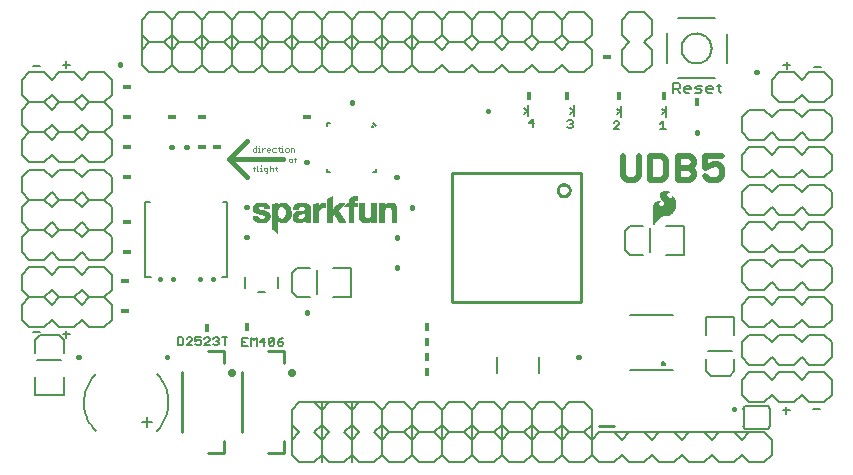
<source format=gto>
G75*
G70*
%OFA0B0*%
%FSLAX24Y24*%
%IPPOS*%
%LPD*%
%AMOC8*
5,1,8,0,0,1.08239X$1,22.5*
%
%ADD10C,0.0160*%
%ADD11C,0.0080*%
%ADD12C,0.0100*%
%ADD13C,0.0190*%
%ADD14C,0.0060*%
%ADD15C,0.0050*%
%ADD16C,0.0030*%
%ADD17R,0.0160X0.0280*%
%ADD18C,0.0010*%
%ADD19R,0.0280X0.0160*%
D10*
X007289Y007500D02*
X007291Y007512D01*
X007296Y007523D01*
X007304Y007532D01*
X007315Y007538D01*
X007327Y007541D01*
X007339Y007540D01*
X007351Y007536D01*
X007360Y007528D01*
X007367Y007518D01*
X007371Y007506D01*
X007371Y007494D01*
X007367Y007482D01*
X007360Y007472D01*
X007350Y007464D01*
X007339Y007460D01*
X007327Y007459D01*
X007315Y007462D01*
X007304Y007468D01*
X007296Y007477D01*
X007291Y007488D01*
X007289Y007500D01*
X009289Y007500D02*
X009291Y007512D01*
X009296Y007523D01*
X009304Y007532D01*
X009315Y007538D01*
X009327Y007541D01*
X009339Y007540D01*
X009351Y007536D01*
X009360Y007528D01*
X009367Y007518D01*
X009371Y007506D01*
X009371Y007494D01*
X009367Y007482D01*
X009360Y007472D01*
X009350Y007464D01*
X009339Y007460D01*
X009327Y007459D01*
X009315Y007462D01*
X009304Y007468D01*
X009296Y007477D01*
X009291Y007488D01*
X009289Y007500D01*
X009830Y009488D02*
X009830Y009512D01*
X012830Y010988D02*
X012830Y011012D01*
X012830Y011988D02*
X012830Y012012D01*
X013330Y012988D02*
X013330Y013012D01*
X012842Y014000D02*
X012818Y014000D01*
X009842Y014500D02*
X009818Y014500D01*
X009050Y014620D02*
X007250Y014620D01*
X007850Y014020D01*
X007250Y014620D02*
X007850Y015220D01*
X005842Y015000D02*
X005818Y015000D01*
X005342Y015000D02*
X005318Y015000D01*
X007818Y013000D02*
X007842Y013000D01*
X007818Y012000D02*
X007842Y012000D01*
X005192Y008000D02*
X005168Y008000D01*
X002232Y008000D02*
X002208Y008000D01*
X015890Y016208D02*
X015890Y016232D01*
X011330Y016488D02*
X011330Y016512D01*
X003605Y017748D02*
X003605Y017772D01*
X022830Y015512D02*
X022830Y015488D01*
X024818Y017500D02*
X024842Y017500D01*
X018912Y008010D02*
X018888Y008010D01*
X024068Y006270D02*
X024092Y006270D01*
D11*
X009580Y004500D02*
X009330Y004750D01*
X009330Y005250D01*
X009580Y005500D01*
X009330Y005750D01*
X009330Y006250D01*
X009580Y006500D01*
X010080Y006500D01*
X010330Y006250D01*
X010330Y005750D01*
X010080Y005500D01*
X010330Y005250D01*
X010330Y004750D01*
X010080Y004500D01*
X009580Y004500D01*
X010330Y004500D02*
X010330Y006500D01*
X010330Y006250D02*
X010580Y006500D01*
X011080Y006500D01*
X011330Y006250D01*
X011580Y006500D01*
X012080Y006500D01*
X012330Y006250D01*
X012330Y005750D01*
X012080Y005500D01*
X012330Y005250D01*
X012330Y004750D01*
X012080Y004500D01*
X011580Y004500D01*
X011330Y004750D01*
X011330Y005250D01*
X011580Y005500D01*
X011330Y005750D01*
X011330Y006250D01*
X011330Y005750D01*
X011080Y005500D01*
X011330Y005250D01*
X011330Y004750D01*
X011080Y004500D01*
X010580Y004500D01*
X010330Y004750D01*
X010330Y005250D01*
X010580Y005500D01*
X010330Y005750D01*
X010330Y006250D01*
X009830Y006500D02*
X011330Y006500D01*
X011830Y006500D01*
X011330Y006500D02*
X011330Y004500D01*
X012330Y004750D02*
X012580Y004500D01*
X013080Y004500D01*
X013330Y004750D01*
X013580Y004500D01*
X014080Y004500D01*
X014330Y004750D01*
X014580Y004500D01*
X015080Y004500D01*
X015330Y004750D01*
X015330Y005250D01*
X015080Y005500D01*
X014580Y005500D01*
X014330Y005250D01*
X014080Y005500D01*
X013580Y005500D01*
X013330Y005250D01*
X013080Y005500D01*
X012580Y005500D01*
X012330Y005250D01*
X012330Y004750D01*
X012330Y005000D02*
X012330Y006000D01*
X012330Y005750D02*
X012580Y005500D01*
X013080Y005500D01*
X013330Y005750D01*
X013580Y005500D01*
X014080Y005500D01*
X014330Y005750D01*
X014580Y005500D01*
X015080Y005500D01*
X015330Y005750D01*
X015580Y005500D01*
X016080Y005500D01*
X016330Y005750D01*
X016580Y005500D01*
X017080Y005500D01*
X017330Y005750D01*
X017580Y005500D01*
X018080Y005500D01*
X018330Y005750D01*
X018580Y005500D01*
X019080Y005500D01*
X019330Y005750D01*
X019330Y006250D01*
X019080Y006500D01*
X018580Y006500D01*
X018330Y006250D01*
X018080Y006500D01*
X017580Y006500D01*
X017330Y006250D01*
X017080Y006500D01*
X016580Y006500D01*
X016330Y006250D01*
X016080Y006500D01*
X015580Y006500D01*
X015330Y006250D01*
X015330Y005750D01*
X015330Y006250D01*
X015080Y006500D01*
X014580Y006500D01*
X014330Y006250D01*
X014080Y006500D01*
X013580Y006500D01*
X013330Y006250D01*
X013080Y006500D01*
X012580Y006500D01*
X012330Y006250D01*
X012330Y005750D01*
X013330Y006270D02*
X013330Y004730D01*
X014330Y004730D02*
X014330Y006270D01*
X015330Y006270D02*
X015330Y004730D01*
X015330Y004750D02*
X015580Y004500D01*
X016080Y004500D01*
X016330Y004750D01*
X016580Y004500D01*
X017080Y004500D01*
X017330Y004750D01*
X017580Y004500D01*
X018080Y004500D01*
X018330Y004750D01*
X018580Y004500D01*
X019080Y004500D01*
X019330Y004750D01*
X019330Y005250D01*
X019080Y005500D01*
X018580Y005500D01*
X018330Y005250D01*
X018080Y005500D01*
X017580Y005500D01*
X017330Y005250D01*
X017080Y005500D01*
X016580Y005500D01*
X016330Y005250D01*
X016080Y005500D01*
X015580Y005500D01*
X015330Y005250D01*
X015330Y004750D01*
X016330Y004730D02*
X016330Y006270D01*
X017330Y006270D02*
X017330Y004730D01*
X018330Y004730D02*
X018330Y006270D01*
X019330Y006000D02*
X019330Y005000D01*
X019330Y004750D02*
X019330Y005250D01*
X019580Y005500D01*
X020080Y005500D01*
X020330Y005250D01*
X020580Y005500D01*
X021080Y005500D01*
X021330Y005250D01*
X021580Y005500D01*
X022080Y005500D01*
X022330Y005250D01*
X022580Y005500D01*
X023080Y005500D01*
X023330Y005250D01*
X023580Y005500D01*
X024080Y005500D01*
X024330Y005250D01*
X024580Y005500D01*
X025080Y005500D01*
X025330Y005250D01*
X025330Y004750D01*
X025080Y004500D01*
X024580Y004500D01*
X024330Y004750D01*
X024080Y004500D01*
X023580Y004500D01*
X023330Y004750D01*
X023080Y004500D01*
X022580Y004500D01*
X022330Y004750D01*
X022080Y004500D01*
X021580Y004500D01*
X021330Y004750D01*
X021080Y004500D01*
X020580Y004500D01*
X020330Y004750D01*
X020080Y004500D01*
X019580Y004500D01*
X019330Y004750D01*
X019830Y005500D02*
X024830Y005500D01*
X024580Y006500D02*
X024330Y006750D01*
X024330Y007250D01*
X024580Y007500D01*
X025080Y007500D01*
X025330Y007250D01*
X025580Y007500D01*
X026080Y007500D01*
X026330Y007250D01*
X026580Y007500D01*
X027080Y007500D01*
X027330Y007250D01*
X027330Y006750D01*
X027080Y006500D01*
X026580Y006500D01*
X026330Y006750D01*
X026080Y006500D01*
X025580Y006500D01*
X025330Y006750D01*
X025080Y006500D01*
X024580Y006500D01*
X023935Y007376D02*
X023305Y007376D01*
X023148Y007533D01*
X023148Y007966D01*
X024092Y007966D02*
X024092Y007533D01*
X023935Y007376D01*
X024330Y008000D02*
X024580Y007750D01*
X025080Y007750D01*
X025330Y008000D01*
X025580Y007750D01*
X026080Y007750D01*
X026330Y008000D01*
X026580Y007750D01*
X027080Y007750D01*
X027330Y008000D01*
X027330Y008500D01*
X027080Y008750D01*
X026580Y008750D01*
X026330Y008500D01*
X026080Y008750D01*
X025580Y008750D01*
X025330Y008500D01*
X025080Y008750D01*
X024580Y008750D01*
X024330Y008500D01*
X024330Y008000D01*
X024092Y008754D02*
X024092Y009344D01*
X023148Y009344D01*
X023148Y008754D01*
X024330Y009250D02*
X024330Y009750D01*
X024580Y010000D01*
X025080Y010000D01*
X025330Y009750D01*
X025580Y010000D01*
X026080Y010000D01*
X026330Y009750D01*
X026580Y010000D01*
X027080Y010000D01*
X027330Y009750D01*
X027330Y009250D01*
X027080Y009000D01*
X026580Y009000D01*
X026330Y009250D01*
X026080Y009000D01*
X025580Y009000D01*
X025330Y009250D01*
X025080Y009000D01*
X024580Y009000D01*
X024330Y009250D01*
X024580Y010250D02*
X024330Y010500D01*
X024330Y011000D01*
X024580Y011250D01*
X025080Y011250D01*
X025330Y011000D01*
X025580Y011250D01*
X026080Y011250D01*
X026330Y011000D01*
X026580Y011250D01*
X027080Y011250D01*
X027330Y011000D01*
X027330Y010500D01*
X027080Y010250D01*
X026580Y010250D01*
X026330Y010500D01*
X026080Y010250D01*
X025580Y010250D01*
X025330Y010500D01*
X025080Y010250D01*
X024580Y010250D01*
X024580Y011500D02*
X024330Y011750D01*
X024330Y012250D01*
X024580Y012500D01*
X025080Y012500D01*
X025330Y012250D01*
X025580Y012500D01*
X026080Y012500D01*
X026330Y012250D01*
X026580Y012500D01*
X027080Y012500D01*
X027330Y012250D01*
X027330Y011750D01*
X027080Y011500D01*
X026580Y011500D01*
X026330Y011750D01*
X026080Y011500D01*
X025580Y011500D01*
X025330Y011750D01*
X025080Y011500D01*
X024580Y011500D01*
X022414Y011428D02*
X021824Y011428D01*
X022414Y011428D02*
X022414Y012372D01*
X021824Y012372D01*
X021036Y012372D02*
X020603Y012372D01*
X020446Y012215D01*
X020446Y011585D01*
X020603Y011428D01*
X021036Y011428D01*
X024330Y013000D02*
X024330Y013500D01*
X024580Y013750D01*
X025080Y013750D01*
X025330Y013500D01*
X025580Y013750D01*
X026080Y013750D01*
X026330Y013500D01*
X026580Y013750D01*
X027080Y013750D01*
X027330Y013500D01*
X027330Y013000D01*
X027080Y012750D01*
X026580Y012750D01*
X026330Y013000D01*
X026080Y012750D01*
X025580Y012750D01*
X025330Y013000D01*
X025080Y012750D01*
X024580Y012750D01*
X024330Y013000D01*
X024580Y014000D02*
X024330Y014250D01*
X024330Y014750D01*
X024580Y015000D01*
X025080Y015000D01*
X025330Y014750D01*
X025580Y015000D01*
X026080Y015000D01*
X026330Y014750D01*
X026580Y015000D01*
X027080Y015000D01*
X027330Y014750D01*
X027330Y014250D01*
X027080Y014000D01*
X026580Y014000D01*
X026330Y014250D01*
X026080Y014000D01*
X025580Y014000D01*
X025330Y014250D01*
X025080Y014000D01*
X024580Y014000D01*
X024580Y015250D02*
X024330Y015500D01*
X024330Y016000D01*
X024580Y016250D01*
X025080Y016250D01*
X025330Y016000D01*
X025580Y016250D01*
X026080Y016250D01*
X026330Y016000D01*
X026580Y016250D01*
X027080Y016250D01*
X027330Y016000D01*
X027330Y015500D01*
X027080Y015250D01*
X026580Y015250D01*
X026330Y015500D01*
X026080Y015250D01*
X025580Y015250D01*
X025330Y015500D01*
X025080Y015250D01*
X024580Y015250D01*
X025580Y016500D02*
X025330Y016750D01*
X025330Y017250D01*
X025580Y017500D01*
X026080Y017500D01*
X026330Y017250D01*
X026580Y017500D01*
X027080Y017500D01*
X027330Y017250D01*
X027330Y016750D01*
X027080Y016500D01*
X026580Y016500D01*
X026330Y016750D01*
X026080Y016500D01*
X025580Y016500D01*
X023436Y017300D02*
X022224Y017300D01*
X021830Y017812D02*
X021830Y018800D01*
X021330Y018750D02*
X021080Y018500D01*
X021330Y018250D01*
X021330Y017750D01*
X021080Y017500D01*
X020580Y017500D01*
X020330Y017750D01*
X020330Y018250D01*
X020580Y018500D01*
X020330Y018750D01*
X020330Y019250D01*
X020580Y019500D01*
X021080Y019500D01*
X021330Y019250D01*
X021330Y018750D01*
X022224Y019300D02*
X023436Y019300D01*
X023830Y018788D02*
X023830Y017812D01*
X022330Y018300D02*
X022332Y018344D01*
X022338Y018388D01*
X022348Y018431D01*
X022361Y018473D01*
X022378Y018514D01*
X022399Y018553D01*
X022423Y018590D01*
X022450Y018625D01*
X022480Y018657D01*
X022513Y018687D01*
X022549Y018713D01*
X022586Y018737D01*
X022626Y018756D01*
X022667Y018773D01*
X022710Y018785D01*
X022753Y018794D01*
X022797Y018799D01*
X022841Y018800D01*
X022885Y018797D01*
X022929Y018790D01*
X022972Y018779D01*
X023014Y018765D01*
X023054Y018747D01*
X023093Y018725D01*
X023129Y018701D01*
X023163Y018673D01*
X023195Y018642D01*
X023224Y018608D01*
X023250Y018572D01*
X023272Y018534D01*
X023291Y018494D01*
X023306Y018452D01*
X023318Y018410D01*
X023326Y018366D01*
X023330Y018322D01*
X023330Y018278D01*
X023326Y018234D01*
X023318Y018190D01*
X023306Y018148D01*
X023291Y018106D01*
X023272Y018066D01*
X023250Y018028D01*
X023224Y017992D01*
X023195Y017958D01*
X023163Y017927D01*
X023129Y017899D01*
X023093Y017875D01*
X023054Y017853D01*
X023014Y017835D01*
X022972Y017821D01*
X022929Y017810D01*
X022885Y017803D01*
X022841Y017800D01*
X022797Y017801D01*
X022753Y017806D01*
X022710Y017815D01*
X022667Y017827D01*
X022626Y017844D01*
X022586Y017863D01*
X022549Y017887D01*
X022513Y017913D01*
X022480Y017943D01*
X022450Y017975D01*
X022423Y018010D01*
X022399Y018047D01*
X022378Y018086D01*
X022361Y018127D01*
X022348Y018169D01*
X022338Y018212D01*
X022332Y018256D01*
X022330Y018300D01*
X019330Y018250D02*
X019330Y017750D01*
X019080Y017500D01*
X018580Y017500D01*
X018330Y017750D01*
X018080Y017500D01*
X017580Y017500D01*
X017330Y017750D01*
X017080Y017500D01*
X016580Y017500D01*
X016330Y017750D01*
X016080Y017500D01*
X015580Y017500D01*
X015330Y017750D01*
X015080Y017500D01*
X014580Y017500D01*
X014330Y017750D01*
X014080Y017500D01*
X013580Y017500D01*
X013330Y017750D01*
X013330Y018250D01*
X013580Y018500D01*
X014080Y018500D01*
X014330Y018250D01*
X014580Y018500D01*
X015080Y018500D01*
X015330Y018250D01*
X015580Y018500D01*
X016080Y018500D01*
X016330Y018250D01*
X016580Y018500D01*
X017080Y018500D01*
X017330Y018250D01*
X017580Y018500D01*
X018080Y018500D01*
X018330Y018250D01*
X018580Y018500D01*
X019080Y018500D01*
X019330Y018250D01*
X019080Y018500D02*
X018580Y018500D01*
X018330Y018750D01*
X018080Y018500D01*
X017580Y018500D01*
X017330Y018750D01*
X017080Y018500D01*
X016580Y018500D01*
X016330Y018750D01*
X016080Y018500D01*
X015580Y018500D01*
X015330Y018750D01*
X015080Y018500D01*
X014580Y018500D01*
X014330Y018750D01*
X014080Y018500D01*
X013580Y018500D01*
X013330Y018750D01*
X013330Y019250D01*
X013080Y019500D01*
X012580Y019500D01*
X012330Y019250D01*
X012080Y019500D01*
X011580Y019500D01*
X011330Y019250D01*
X011330Y018750D01*
X011580Y018500D01*
X011330Y018250D01*
X011080Y018500D01*
X010580Y018500D01*
X010330Y018250D01*
X010080Y018500D01*
X009580Y018500D01*
X009330Y018250D01*
X009080Y018500D01*
X008580Y018500D01*
X008330Y018250D01*
X008330Y017750D01*
X008580Y017500D01*
X009080Y017500D01*
X009330Y017750D01*
X009580Y017500D01*
X010080Y017500D01*
X010330Y017750D01*
X010580Y017500D01*
X011080Y017500D01*
X011330Y017750D01*
X011580Y017500D01*
X012080Y017500D01*
X012330Y017750D01*
X012580Y017500D01*
X013080Y017500D01*
X013330Y017750D01*
X013330Y018250D01*
X013080Y018500D01*
X012580Y018500D01*
X012330Y018250D01*
X012080Y018500D01*
X011580Y018500D01*
X012080Y018500D01*
X012330Y018750D01*
X012580Y018500D01*
X013080Y018500D01*
X013330Y018750D01*
X013330Y019250D01*
X013580Y019500D01*
X014080Y019500D01*
X014330Y019250D01*
X014580Y019500D01*
X015080Y019500D01*
X015330Y019250D01*
X015580Y019500D01*
X016080Y019500D01*
X016330Y019250D01*
X016580Y019500D01*
X017080Y019500D01*
X017330Y019250D01*
X017580Y019500D01*
X018080Y019500D01*
X018330Y019250D01*
X018580Y019500D01*
X019080Y019500D01*
X019330Y019250D01*
X019330Y018750D01*
X019080Y018500D01*
X018330Y018750D02*
X018330Y019250D01*
X017330Y019250D02*
X017330Y018750D01*
X016330Y018750D02*
X016330Y019250D01*
X015330Y019250D02*
X015330Y018750D01*
X014330Y018750D02*
X014330Y019250D01*
X013330Y019250D02*
X013330Y017750D01*
X012330Y017750D02*
X012330Y019250D01*
X011330Y019250D02*
X011330Y018750D01*
X011080Y018500D01*
X010580Y018500D01*
X010330Y018750D01*
X010080Y018500D01*
X009580Y018500D01*
X009330Y018750D01*
X009080Y018500D01*
X008580Y018500D01*
X008330Y018750D01*
X008080Y018500D01*
X007580Y018500D01*
X007330Y018250D01*
X007080Y018500D01*
X006580Y018500D01*
X006330Y018250D01*
X006080Y018500D01*
X005580Y018500D01*
X005330Y018250D01*
X005080Y018500D01*
X004580Y018500D01*
X004330Y018250D01*
X004330Y017750D01*
X004580Y017500D01*
X005080Y017500D01*
X005330Y017750D01*
X005580Y017500D01*
X006080Y017500D01*
X006330Y017750D01*
X006580Y017500D01*
X007080Y017500D01*
X007330Y017750D01*
X007580Y017500D01*
X008080Y017500D01*
X008330Y017750D01*
X008330Y018250D01*
X008080Y018500D01*
X007580Y018500D01*
X007330Y018750D01*
X007080Y018500D01*
X006580Y018500D01*
X006330Y018750D01*
X006080Y018500D01*
X005580Y018500D01*
X005330Y018750D01*
X005080Y018500D01*
X004580Y018500D01*
X004330Y018750D01*
X004330Y019250D01*
X004580Y019500D01*
X005080Y019500D01*
X005330Y019250D01*
X005580Y019500D01*
X006080Y019500D01*
X006330Y019250D01*
X006580Y019500D01*
X007080Y019500D01*
X007330Y019250D01*
X007580Y019500D01*
X008080Y019500D01*
X008330Y019250D01*
X008580Y019500D01*
X009080Y019500D01*
X009330Y019250D01*
X009580Y019500D01*
X010080Y019500D01*
X010330Y019250D01*
X010580Y019500D01*
X011080Y019500D01*
X011330Y019250D01*
X011330Y017700D01*
X010330Y017750D02*
X010330Y019250D01*
X009330Y019250D02*
X009330Y017700D01*
X008330Y017700D02*
X008330Y019250D01*
X007330Y019300D02*
X007330Y017750D01*
X006330Y017750D02*
X006330Y019250D01*
X005330Y019250D02*
X005330Y017750D01*
X004330Y018000D02*
X004330Y019000D01*
X003080Y017500D02*
X002580Y017500D01*
X002330Y017250D01*
X002080Y017500D01*
X001580Y017500D01*
X001330Y017250D01*
X001080Y017500D01*
X000580Y017500D01*
X000330Y017250D01*
X000330Y016750D01*
X000580Y016500D01*
X001080Y016500D01*
X001330Y016750D01*
X001580Y016500D01*
X002080Y016500D01*
X002330Y016750D01*
X002580Y016500D01*
X003080Y016500D01*
X003330Y016750D01*
X003330Y017250D01*
X003080Y017500D01*
X003080Y016500D02*
X002580Y016500D01*
X002330Y016250D01*
X002080Y016500D01*
X001580Y016500D01*
X001330Y016250D01*
X001080Y016500D01*
X000580Y016500D01*
X000330Y016250D01*
X000330Y015750D01*
X000580Y015500D01*
X001080Y015500D01*
X001330Y015750D01*
X001580Y015500D01*
X002080Y015500D01*
X002330Y015750D01*
X002580Y015500D01*
X003080Y015500D01*
X003330Y015750D01*
X003330Y016250D01*
X003080Y016500D01*
X003080Y015500D02*
X002580Y015500D01*
X002330Y015250D01*
X002080Y015500D01*
X001580Y015500D01*
X001330Y015250D01*
X001080Y015500D01*
X000580Y015500D01*
X000330Y015250D01*
X000330Y014750D01*
X000580Y014500D01*
X001080Y014500D01*
X001330Y014750D01*
X001580Y014500D01*
X002080Y014500D01*
X002330Y014750D01*
X002580Y014500D01*
X003080Y014500D01*
X003330Y014750D01*
X003330Y015250D01*
X003080Y015500D01*
X003080Y014250D02*
X002580Y014250D01*
X002330Y014000D01*
X002080Y014250D01*
X001580Y014250D01*
X001330Y014000D01*
X001080Y014250D01*
X000580Y014250D01*
X000330Y014000D01*
X000330Y013500D01*
X000580Y013250D01*
X000330Y013000D01*
X000330Y012500D01*
X000580Y012250D01*
X000330Y012000D01*
X000330Y011500D01*
X000580Y011250D01*
X001080Y011250D01*
X001330Y011500D01*
X001580Y011250D01*
X002080Y011250D01*
X002330Y011500D01*
X002580Y011250D01*
X003080Y011250D01*
X003330Y011500D01*
X003330Y012000D01*
X003080Y012250D01*
X002580Y012250D01*
X002330Y012000D01*
X002080Y012250D01*
X001580Y012250D01*
X001330Y012000D01*
X001080Y012250D01*
X000580Y012250D01*
X001080Y012250D01*
X001330Y012500D01*
X001580Y012250D01*
X002080Y012250D01*
X002330Y012500D01*
X002580Y012250D01*
X003080Y012250D01*
X003330Y012500D01*
X003330Y013000D01*
X003080Y013250D01*
X002580Y013250D01*
X002330Y013000D01*
X002080Y013250D01*
X001580Y013250D01*
X001330Y013000D01*
X001080Y013250D01*
X000580Y013250D01*
X001080Y013250D01*
X001330Y013500D01*
X001580Y013250D01*
X002080Y013250D01*
X002330Y013500D01*
X002580Y013250D01*
X003080Y013250D01*
X003330Y013500D01*
X003330Y014000D01*
X003080Y014250D01*
X004460Y013193D02*
X004609Y013193D01*
X004460Y013193D02*
X004460Y010669D01*
X004649Y010669D01*
X003330Y010750D02*
X003330Y010250D01*
X003080Y010000D01*
X003330Y009750D01*
X003330Y009250D01*
X003080Y009000D01*
X002580Y009000D01*
X002330Y009250D01*
X002080Y009000D01*
X001580Y009000D01*
X001330Y009250D01*
X001080Y009000D01*
X000580Y009000D01*
X000330Y009250D01*
X000330Y009750D01*
X000580Y010000D01*
X001080Y010000D01*
X001330Y009750D01*
X001580Y010000D01*
X002080Y010000D01*
X002330Y009750D01*
X002580Y010000D01*
X003080Y010000D01*
X002580Y010000D01*
X002330Y010250D01*
X002080Y010000D01*
X001580Y010000D01*
X001330Y010250D01*
X001080Y010000D01*
X000580Y010000D01*
X000330Y010250D01*
X000330Y010750D01*
X000580Y011000D01*
X001080Y011000D01*
X001330Y010750D01*
X001580Y011000D01*
X002080Y011000D01*
X002330Y010750D01*
X002580Y011000D01*
X003080Y011000D01*
X003330Y010750D01*
X001575Y008734D02*
X000945Y008734D01*
X000788Y008577D01*
X000788Y008144D01*
X001732Y008144D02*
X001732Y008577D01*
X001575Y008734D01*
X001732Y007356D02*
X001732Y006766D01*
X000788Y006766D01*
X000788Y007356D01*
X007003Y010669D02*
X007192Y010669D01*
X007192Y013193D01*
X007053Y013193D01*
X009346Y010815D02*
X009503Y010972D01*
X009936Y010972D01*
X009346Y010815D02*
X009346Y010185D01*
X009503Y010028D01*
X009936Y010028D01*
X010724Y010028D02*
X011314Y010028D01*
X011314Y010972D01*
X010724Y010972D01*
X008890Y010669D02*
X008890Y010331D01*
X008436Y010181D02*
X008224Y010181D01*
X007770Y010331D02*
X007770Y010669D01*
X016171Y008006D02*
X016171Y007494D01*
X017589Y007494D02*
X017589Y008006D01*
X021663Y007790D02*
X021665Y007805D01*
X021671Y007818D01*
X021680Y007830D01*
X021691Y007839D01*
X021705Y007845D01*
X021720Y007847D01*
X021735Y007845D01*
X021748Y007839D01*
X021760Y007830D01*
X021769Y007819D01*
X021775Y007805D01*
X021777Y007790D01*
X021775Y007775D01*
X021769Y007762D01*
X021760Y007750D01*
X021749Y007741D01*
X021735Y007735D01*
X021720Y007733D01*
X021705Y007735D01*
X021692Y007741D01*
X021680Y007750D01*
X021671Y007761D01*
X021665Y007775D01*
X021663Y007790D01*
X009330Y006000D02*
X009330Y005000D01*
X017197Y016039D02*
X017197Y016220D01*
X017075Y016128D01*
X017197Y016220D02*
X017197Y016401D01*
X017075Y016306D02*
X017191Y016230D01*
X018625Y016306D02*
X018741Y016230D01*
X018747Y016220D02*
X018625Y016128D01*
X018747Y016039D02*
X018747Y016220D01*
X018747Y016401D01*
X020175Y016286D02*
X020291Y016210D01*
X020297Y016200D02*
X020175Y016108D01*
X020297Y016019D02*
X020297Y016200D01*
X020297Y016381D01*
X021675Y016286D02*
X021791Y016210D01*
X021797Y016200D02*
X021675Y016108D01*
X021797Y016019D02*
X021797Y016200D01*
X021797Y016381D01*
D12*
X018995Y014165D02*
X014665Y014165D01*
X014665Y009835D01*
X018995Y009835D01*
X018995Y014165D01*
X018208Y013575D02*
X018210Y013602D01*
X018216Y013629D01*
X018225Y013655D01*
X018238Y013679D01*
X018254Y013702D01*
X018273Y013721D01*
X018295Y013738D01*
X018319Y013752D01*
X018344Y013762D01*
X018371Y013769D01*
X018398Y013772D01*
X018426Y013771D01*
X018453Y013766D01*
X018479Y013758D01*
X018503Y013746D01*
X018526Y013730D01*
X018547Y013712D01*
X018564Y013691D01*
X018579Y013667D01*
X018590Y013642D01*
X018598Y013616D01*
X018602Y013589D01*
X018602Y013561D01*
X018598Y013534D01*
X018590Y013508D01*
X018579Y013483D01*
X018564Y013459D01*
X018547Y013438D01*
X018526Y013420D01*
X018504Y013404D01*
X018479Y013392D01*
X018453Y013384D01*
X018426Y013379D01*
X018398Y013378D01*
X018371Y013381D01*
X018344Y013388D01*
X018319Y013398D01*
X018295Y013412D01*
X018273Y013429D01*
X018254Y013448D01*
X018238Y013471D01*
X018225Y013495D01*
X018216Y013521D01*
X018210Y013548D01*
X018208Y013575D01*
X009080Y008200D02*
X008530Y008200D01*
X009080Y008200D02*
X009080Y007800D01*
X007680Y007500D02*
X007680Y005500D01*
X007080Y005200D02*
X007080Y004800D01*
X006530Y004800D01*
X005680Y005500D02*
X005680Y007500D01*
X006530Y008200D02*
X007080Y008200D01*
X007080Y007800D01*
X009080Y005200D02*
X009080Y004800D01*
X008530Y004800D01*
X006669Y010622D02*
X006671Y010634D01*
X006676Y010645D01*
X006685Y010654D01*
X006696Y010659D01*
X006708Y010661D01*
X006720Y010659D01*
X006731Y010654D01*
X006740Y010645D01*
X006745Y010634D01*
X006747Y010622D01*
X006745Y010610D01*
X006740Y010599D01*
X006731Y010590D01*
X006720Y010585D01*
X006708Y010583D01*
X006696Y010585D01*
X006685Y010590D01*
X006676Y010599D01*
X006671Y010610D01*
X006669Y010622D01*
X006232Y010622D02*
X006234Y010634D01*
X006239Y010645D01*
X006248Y010654D01*
X006259Y010659D01*
X006271Y010661D01*
X006283Y010659D01*
X006294Y010654D01*
X006303Y010645D01*
X006308Y010634D01*
X006310Y010622D01*
X006308Y010610D01*
X006303Y010599D01*
X006294Y010590D01*
X006283Y010585D01*
X006271Y010583D01*
X006259Y010585D01*
X006248Y010590D01*
X006239Y010599D01*
X006234Y010610D01*
X006232Y010622D01*
X005334Y010622D02*
X005336Y010634D01*
X005341Y010645D01*
X005350Y010654D01*
X005361Y010659D01*
X005373Y010661D01*
X005385Y010659D01*
X005396Y010654D01*
X005405Y010645D01*
X005410Y010634D01*
X005412Y010622D01*
X005410Y010610D01*
X005405Y010599D01*
X005396Y010590D01*
X005385Y010585D01*
X005373Y010583D01*
X005361Y010585D01*
X005350Y010590D01*
X005341Y010599D01*
X005336Y010610D01*
X005334Y010622D01*
X004897Y010622D02*
X004899Y010634D01*
X004904Y010645D01*
X004913Y010654D01*
X004924Y010659D01*
X004936Y010661D01*
X004948Y010659D01*
X004959Y010654D01*
X004968Y010645D01*
X004973Y010634D01*
X004975Y010622D01*
X004973Y010610D01*
X004968Y010599D01*
X004959Y010590D01*
X004948Y010585D01*
X004936Y010583D01*
X004924Y010585D01*
X004913Y010590D01*
X004904Y010599D01*
X004899Y010610D01*
X004897Y010622D01*
X019580Y005700D02*
X020080Y005700D01*
D13*
X020500Y013915D02*
X020770Y013915D01*
X020905Y014050D01*
X020905Y014726D01*
X021286Y014726D02*
X021691Y014726D01*
X021826Y014591D01*
X021826Y014050D01*
X021691Y013915D01*
X021286Y013915D01*
X021286Y014726D01*
X020365Y014726D02*
X020365Y014050D01*
X020500Y013915D01*
X022207Y013915D02*
X022207Y014726D01*
X022612Y014726D01*
X022747Y014591D01*
X022747Y014455D01*
X022612Y014320D01*
X022207Y014320D01*
X022612Y014320D02*
X022747Y014185D01*
X022747Y014050D01*
X022612Y013915D01*
X022207Y013915D01*
X023127Y014050D02*
X023262Y013915D01*
X023533Y013915D01*
X023668Y014050D01*
X023668Y014320D01*
X023533Y014455D01*
X023398Y014455D01*
X023127Y014320D01*
X023127Y014726D01*
X023668Y014726D01*
D14*
X023642Y016825D02*
X023585Y016882D01*
X023585Y017109D01*
X023528Y017052D02*
X023642Y017052D01*
X023387Y016995D02*
X023387Y016938D01*
X023160Y016938D01*
X023160Y016882D02*
X023160Y016995D01*
X023217Y017052D01*
X023330Y017052D01*
X023387Y016995D01*
X023330Y016825D02*
X023217Y016825D01*
X023160Y016882D01*
X023018Y016882D02*
X022962Y016938D01*
X022848Y016938D01*
X022792Y016995D01*
X022848Y017052D01*
X023018Y017052D01*
X023018Y016882D02*
X022962Y016825D01*
X022792Y016825D01*
X022650Y016938D02*
X022423Y016938D01*
X022423Y016882D02*
X022423Y016995D01*
X022480Y017052D01*
X022593Y017052D01*
X022650Y016995D01*
X022650Y016938D01*
X022593Y016825D02*
X022480Y016825D01*
X022423Y016882D01*
X022282Y016825D02*
X022168Y016938D01*
X022225Y016938D02*
X022055Y016938D01*
X022055Y016825D02*
X022055Y017165D01*
X022225Y017165D01*
X022282Y017109D01*
X022282Y016995D01*
X022225Y016938D01*
X025725Y017740D02*
X025952Y017740D01*
X025838Y017627D02*
X025838Y017854D01*
X026737Y017673D02*
X026964Y017673D01*
X022040Y009430D02*
X020620Y009430D01*
X020620Y007570D02*
X022040Y007570D01*
X024397Y006295D02*
X024397Y005705D01*
X024396Y005704D02*
X024400Y005686D01*
X024406Y005668D01*
X024416Y005651D01*
X024428Y005637D01*
X024443Y005624D01*
X024459Y005615D01*
X024477Y005609D01*
X024496Y005605D01*
X024515Y005605D01*
X024515Y005606D02*
X025145Y005606D01*
X025164Y005606D01*
X025183Y005610D01*
X025201Y005616D01*
X025217Y005626D01*
X025232Y005638D01*
X025244Y005652D01*
X025254Y005669D01*
X025260Y005686D01*
X025264Y005705D01*
X025263Y005705D02*
X025263Y006295D01*
X025264Y006295D02*
X025260Y006314D01*
X025254Y006331D01*
X025244Y006348D01*
X025232Y006362D01*
X025217Y006374D01*
X025201Y006384D01*
X025183Y006390D01*
X025164Y006394D01*
X025145Y006394D01*
X024515Y006394D01*
X024496Y006394D01*
X024477Y006390D01*
X024459Y006384D01*
X024443Y006374D01*
X024428Y006362D01*
X024416Y006348D01*
X024406Y006331D01*
X024400Y006314D01*
X024396Y006295D01*
X025715Y006240D02*
X025942Y006240D01*
X025828Y006127D02*
X025828Y006354D01*
X026720Y006280D02*
X026947Y006280D01*
X001940Y008774D02*
X001713Y008774D01*
X001827Y008887D02*
X001827Y008660D01*
X000944Y008833D02*
X000717Y008833D01*
X000727Y017703D02*
X000954Y017703D01*
X001713Y017754D02*
X001940Y017754D01*
X001827Y017867D02*
X001827Y017640D01*
D15*
X010503Y015827D02*
X010621Y015827D01*
X010503Y015827D02*
X010503Y015709D01*
X012006Y015701D02*
X012008Y015711D01*
X012013Y015719D01*
X012021Y015724D01*
X012031Y015726D01*
X012041Y015724D01*
X012049Y015719D01*
X012054Y015711D01*
X012056Y015701D01*
X012054Y015691D01*
X012049Y015683D01*
X012041Y015678D01*
X012031Y015676D01*
X012021Y015678D01*
X012013Y015683D01*
X012008Y015691D01*
X012006Y015701D01*
X012039Y015827D02*
X012157Y015709D01*
X012157Y014291D02*
X012157Y014173D01*
X012039Y014173D01*
X010621Y014173D02*
X010503Y014173D01*
X010503Y014291D01*
X004613Y013193D02*
X004609Y013193D01*
X007039Y010669D02*
X007192Y010669D01*
X010180Y010900D02*
X010180Y010100D01*
X009049Y008666D02*
X008959Y008621D01*
X008869Y008531D01*
X009004Y008531D01*
X009049Y008486D01*
X009049Y008441D01*
X009004Y008396D01*
X008914Y008396D01*
X008869Y008441D01*
X008869Y008531D01*
X008754Y008621D02*
X008754Y008441D01*
X008709Y008396D01*
X008619Y008396D01*
X008574Y008441D01*
X008754Y008621D01*
X008709Y008666D01*
X008619Y008666D01*
X008574Y008621D01*
X008574Y008441D01*
X008459Y008531D02*
X008279Y008531D01*
X008414Y008666D01*
X008414Y008396D01*
X008165Y008396D02*
X008165Y008666D01*
X008075Y008576D01*
X007985Y008666D01*
X007985Y008396D01*
X007870Y008396D02*
X007690Y008396D01*
X007690Y008666D01*
X007870Y008666D01*
X007780Y008531D02*
X007690Y008531D01*
X007193Y008676D02*
X007013Y008676D01*
X007103Y008676D02*
X007103Y008406D01*
X006899Y008451D02*
X006899Y008496D01*
X006854Y008541D01*
X006809Y008541D01*
X006854Y008541D02*
X006899Y008586D01*
X006899Y008631D01*
X006854Y008676D01*
X006764Y008676D01*
X006719Y008631D01*
X006604Y008631D02*
X006559Y008676D01*
X006469Y008676D01*
X006424Y008631D01*
X006309Y008676D02*
X006129Y008676D01*
X006129Y008541D01*
X006219Y008586D01*
X006264Y008586D01*
X006309Y008541D01*
X006309Y008451D01*
X006264Y008406D01*
X006174Y008406D01*
X006129Y008451D01*
X006015Y008406D02*
X005835Y008406D01*
X006015Y008586D01*
X006015Y008631D01*
X005970Y008676D01*
X005880Y008676D01*
X005835Y008631D01*
X005720Y008631D02*
X005675Y008676D01*
X005540Y008676D01*
X005540Y008406D01*
X005675Y008406D01*
X005720Y008451D01*
X005720Y008631D01*
X006424Y008406D02*
X006604Y008586D01*
X006604Y008631D01*
X006719Y008451D02*
X006764Y008406D01*
X006854Y008406D01*
X006899Y008451D01*
X006604Y008406D02*
X006424Y008406D01*
X004840Y007460D02*
X004889Y007406D01*
X004935Y007350D01*
X004978Y007292D01*
X005017Y007231D01*
X005054Y007168D01*
X005087Y007104D01*
X005117Y007037D01*
X005143Y006970D01*
X005166Y006901D01*
X005185Y006831D01*
X005200Y006760D01*
X005212Y006688D01*
X005220Y006616D01*
X005224Y006544D01*
X005225Y006471D01*
X005221Y006398D01*
X005214Y006326D01*
X005203Y006254D01*
X005188Y006183D01*
X005170Y006113D01*
X005148Y006044D01*
X005122Y005976D01*
X005093Y005909D01*
X005061Y005845D01*
X005025Y005781D01*
X004986Y005720D01*
X004943Y005661D01*
X004898Y005605D01*
X004850Y005550D01*
X004680Y005840D02*
X004360Y005840D01*
X004510Y006000D02*
X004510Y005680D01*
X002810Y005550D02*
X002761Y005601D01*
X002714Y005655D01*
X002671Y005711D01*
X002631Y005769D01*
X002593Y005829D01*
X002559Y005892D01*
X002529Y005956D01*
X002502Y006021D01*
X002478Y006088D01*
X002458Y006156D01*
X002442Y006225D01*
X002429Y006295D01*
X002420Y006365D01*
X002415Y006436D01*
X002413Y006507D01*
X002415Y006578D01*
X002421Y006649D01*
X002431Y006719D01*
X002444Y006789D01*
X002462Y006857D01*
X002482Y006925D01*
X002507Y006992D01*
X002535Y007057D01*
X002566Y007121D01*
X002600Y007183D01*
X002638Y007243D01*
X002679Y007301D01*
X002723Y007356D01*
X002770Y007410D01*
X002820Y007460D01*
X001660Y007900D02*
X000860Y007900D01*
X017235Y015806D02*
X017415Y015806D01*
X017370Y015671D02*
X017370Y015941D01*
X017235Y015806D01*
X018525Y015876D02*
X018570Y015921D01*
X018660Y015921D01*
X018705Y015876D01*
X018705Y015831D01*
X018660Y015786D01*
X018705Y015741D01*
X018705Y015696D01*
X018660Y015651D01*
X018570Y015651D01*
X018525Y015696D01*
X018615Y015786D02*
X018660Y015786D01*
X020075Y015826D02*
X020120Y015871D01*
X020210Y015871D01*
X020255Y015826D01*
X020255Y015781D01*
X020075Y015601D01*
X020255Y015601D01*
X021625Y015601D02*
X021805Y015601D01*
X021715Y015601D02*
X021715Y015871D01*
X021625Y015781D01*
X021280Y012300D02*
X021280Y011500D01*
X023220Y008210D02*
X024020Y008210D01*
D16*
X009458Y014515D02*
X009458Y014657D01*
X009486Y014685D01*
X009486Y014600D02*
X009429Y014600D01*
X009358Y014600D02*
X009330Y014628D01*
X009273Y014628D01*
X009245Y014600D01*
X009245Y014543D01*
X009273Y014515D01*
X009330Y014515D01*
X009358Y014543D01*
X009358Y014600D01*
X009303Y014865D02*
X009303Y014978D01*
X009388Y014978D01*
X009417Y014950D01*
X009417Y014865D01*
X009233Y014893D02*
X009233Y014950D01*
X009204Y014978D01*
X009148Y014978D01*
X009119Y014950D01*
X009119Y014893D01*
X009148Y014865D01*
X009204Y014865D01*
X009233Y014893D01*
X009053Y014865D02*
X008996Y014865D01*
X009025Y014865D02*
X009025Y014978D01*
X008996Y014978D01*
X009025Y015035D02*
X009025Y015064D01*
X008930Y014978D02*
X008874Y014978D01*
X008902Y015007D02*
X008902Y014893D01*
X008930Y014865D01*
X008803Y014865D02*
X008718Y014865D01*
X008690Y014893D01*
X008690Y014950D01*
X008718Y014978D01*
X008803Y014978D01*
X008619Y014950D02*
X008619Y014922D01*
X008505Y014922D01*
X008505Y014950D02*
X008534Y014978D01*
X008590Y014978D01*
X008619Y014950D01*
X008590Y014865D02*
X008534Y014865D01*
X008505Y014893D01*
X008505Y014950D01*
X008437Y014978D02*
X008409Y014978D01*
X008352Y014922D01*
X008352Y014978D02*
X008352Y014865D01*
X008286Y014865D02*
X008229Y014865D01*
X008258Y014865D02*
X008258Y014978D01*
X008229Y014978D01*
X008258Y015035D02*
X008258Y015064D01*
X008158Y015035D02*
X008158Y014865D01*
X008073Y014865D01*
X008045Y014893D01*
X008045Y014950D01*
X008073Y014978D01*
X008158Y014978D01*
X008319Y014414D02*
X008319Y014385D01*
X008319Y014328D02*
X008319Y014215D01*
X008291Y014215D02*
X008347Y014215D01*
X008413Y014243D02*
X008442Y014215D01*
X008527Y014215D01*
X008527Y014187D02*
X008527Y014328D01*
X008442Y014328D01*
X008413Y014300D01*
X008413Y014243D01*
X008470Y014158D02*
X008498Y014158D01*
X008527Y014187D01*
X008597Y014215D02*
X008597Y014385D01*
X008626Y014328D02*
X008683Y014328D01*
X008711Y014300D01*
X008711Y014215D01*
X008810Y014243D02*
X008838Y014215D01*
X008810Y014243D02*
X008810Y014357D01*
X008782Y014328D02*
X008838Y014328D01*
X008626Y014328D02*
X008597Y014300D01*
X008319Y014328D02*
X008291Y014328D01*
X008196Y014385D02*
X008196Y014215D01*
X008168Y014215D02*
X008224Y014215D01*
X008102Y014300D02*
X008045Y014300D01*
X008073Y014357D02*
X008102Y014385D01*
X008073Y014357D02*
X008073Y014215D01*
X008168Y014385D02*
X008196Y014385D01*
D17*
X017230Y016700D03*
X018510Y016700D03*
X020230Y016700D03*
X021730Y016700D03*
X022830Y016500D03*
X013830Y009000D03*
X013830Y008500D03*
X013830Y008000D03*
X013830Y007500D03*
X007830Y009000D03*
X006520Y008990D03*
D18*
X008845Y012157D02*
X008682Y012304D01*
X008682Y013114D01*
X008835Y013143D01*
X008834Y013064D01*
X008837Y013061D01*
X008839Y013060D01*
X008848Y013070D01*
X008883Y013108D01*
X008897Y013120D01*
X008912Y013129D01*
X008964Y013150D01*
X008983Y013154D01*
X009061Y013155D01*
X009104Y013148D01*
X009144Y013132D01*
X009180Y013111D01*
X009212Y013085D01*
X009243Y013050D01*
X009266Y013009D01*
X009293Y012926D01*
X009304Y012839D01*
X009299Y012752D01*
X009286Y012698D01*
X009264Y012647D01*
X009234Y012600D01*
X009208Y012572D01*
X009178Y012549D01*
X009144Y012532D01*
X009108Y012520D01*
X009060Y012513D01*
X009012Y012512D01*
X008964Y012518D01*
X008931Y012528D01*
X008900Y012546D01*
X008874Y012569D01*
X008854Y012597D01*
X008854Y012714D01*
X008857Y012717D01*
X008857Y012715D01*
X008858Y012711D01*
X008860Y012708D01*
X008862Y012705D01*
X008874Y012682D01*
X008891Y012663D01*
X008912Y012648D01*
X008940Y012636D01*
X008969Y012630D01*
X009006Y012630D01*
X009042Y012637D01*
X009072Y012651D01*
X009098Y012672D01*
X009117Y012699D01*
X009129Y012730D01*
X009141Y012808D01*
X009141Y012886D01*
X009133Y012925D01*
X009117Y012962D01*
X009093Y012993D01*
X009062Y013019D01*
X009041Y013030D01*
X009019Y013036D01*
X008996Y013038D01*
X008953Y013036D01*
X008937Y013033D01*
X008923Y013026D01*
X008894Y013003D01*
X008870Y012976D01*
X008853Y012947D01*
X008842Y012916D01*
X008838Y012883D01*
X008839Y012782D01*
X008844Y012751D01*
X008853Y012724D01*
X008853Y012723D01*
X008853Y012721D01*
X008851Y012720D01*
X008850Y012720D01*
X008845Y012720D01*
X008845Y012157D01*
X008843Y012159D02*
X008845Y012159D01*
X008845Y012167D02*
X008834Y012167D01*
X008824Y012176D02*
X008845Y012176D01*
X008845Y012184D02*
X008815Y012184D01*
X008805Y012193D02*
X008845Y012193D01*
X008845Y012201D02*
X008796Y012201D01*
X008787Y012210D02*
X008845Y012210D01*
X008845Y012218D02*
X008777Y012218D01*
X008768Y012227D02*
X008845Y012227D01*
X008845Y012235D02*
X008758Y012235D01*
X008749Y012244D02*
X008845Y012244D01*
X008845Y012252D02*
X008739Y012252D01*
X008730Y012261D02*
X008845Y012261D01*
X008845Y012269D02*
X008721Y012269D01*
X008711Y012278D02*
X008845Y012278D01*
X008845Y012286D02*
X008702Y012286D01*
X008692Y012295D02*
X008845Y012295D01*
X008845Y012303D02*
X008683Y012303D01*
X008682Y012312D02*
X008845Y012312D01*
X008845Y012320D02*
X008682Y012320D01*
X008682Y012329D02*
X008845Y012329D01*
X008845Y012337D02*
X008682Y012337D01*
X008682Y012346D02*
X008845Y012346D01*
X008845Y012354D02*
X008682Y012354D01*
X008682Y012363D02*
X008845Y012363D01*
X008845Y012371D02*
X008682Y012371D01*
X008682Y012380D02*
X008845Y012380D01*
X008845Y012388D02*
X008682Y012388D01*
X008682Y012397D02*
X008845Y012397D01*
X008845Y012405D02*
X008682Y012405D01*
X008682Y012414D02*
X008845Y012414D01*
X008845Y012422D02*
X008682Y012422D01*
X008682Y012431D02*
X008845Y012431D01*
X008845Y012439D02*
X008682Y012439D01*
X008682Y012448D02*
X008845Y012448D01*
X008845Y012456D02*
X008682Y012456D01*
X008682Y012465D02*
X008845Y012465D01*
X008845Y012473D02*
X008682Y012473D01*
X008682Y012482D02*
X008845Y012482D01*
X008845Y012490D02*
X008682Y012490D01*
X008682Y012499D02*
X008845Y012499D01*
X008845Y012507D02*
X008682Y012507D01*
X008682Y012516D02*
X008845Y012516D01*
X008845Y012524D02*
X008682Y012524D01*
X008682Y012533D02*
X008845Y012533D01*
X008845Y012541D02*
X008682Y012541D01*
X008682Y012550D02*
X008845Y012550D01*
X008845Y012558D02*
X008682Y012558D01*
X008682Y012567D02*
X008845Y012567D01*
X008845Y012575D02*
X008682Y012575D01*
X008682Y012584D02*
X008845Y012584D01*
X008845Y012592D02*
X008682Y012592D01*
X008682Y012601D02*
X008845Y012601D01*
X008845Y012609D02*
X008682Y012609D01*
X008682Y012618D02*
X008845Y012618D01*
X008845Y012626D02*
X008682Y012626D01*
X008682Y012635D02*
X008845Y012635D01*
X008845Y012643D02*
X008682Y012643D01*
X008682Y012652D02*
X008845Y012652D01*
X008845Y012660D02*
X008682Y012660D01*
X008682Y012669D02*
X008845Y012669D01*
X008845Y012677D02*
X008682Y012677D01*
X008682Y012686D02*
X008845Y012686D01*
X008845Y012694D02*
X008682Y012694D01*
X008682Y012703D02*
X008845Y012703D01*
X008845Y012711D02*
X008682Y012711D01*
X008682Y012720D02*
X008845Y012720D01*
X008852Y012728D02*
X008682Y012728D01*
X008682Y012737D02*
X008849Y012737D01*
X008846Y012745D02*
X008682Y012745D01*
X008682Y012754D02*
X008844Y012754D01*
X008842Y012762D02*
X008682Y012762D01*
X008682Y012771D02*
X008841Y012771D01*
X008839Y012779D02*
X008682Y012779D01*
X008682Y012788D02*
X008839Y012788D01*
X008839Y012796D02*
X008682Y012796D01*
X008682Y012805D02*
X008839Y012805D01*
X008839Y012813D02*
X008682Y012813D01*
X008682Y012822D02*
X008839Y012822D01*
X008839Y012830D02*
X008682Y012830D01*
X008682Y012839D02*
X008838Y012839D01*
X008838Y012847D02*
X008682Y012847D01*
X008682Y012856D02*
X008838Y012856D01*
X008838Y012864D02*
X008682Y012864D01*
X008682Y012873D02*
X008838Y012873D01*
X008838Y012881D02*
X008682Y012881D01*
X008682Y012890D02*
X008839Y012890D01*
X008840Y012898D02*
X008682Y012898D01*
X008682Y012907D02*
X008841Y012907D01*
X008842Y012915D02*
X008682Y012915D01*
X008682Y012924D02*
X008845Y012924D01*
X008848Y012932D02*
X008682Y012932D01*
X008682Y012941D02*
X008851Y012941D01*
X008854Y012949D02*
X008682Y012949D01*
X008682Y012958D02*
X008859Y012958D01*
X008864Y012966D02*
X008682Y012966D01*
X008682Y012975D02*
X008869Y012975D01*
X008876Y012983D02*
X008682Y012983D01*
X008682Y012992D02*
X008884Y012992D01*
X008891Y013000D02*
X008682Y013000D01*
X008682Y013009D02*
X008901Y013009D01*
X008912Y013017D02*
X008682Y013017D01*
X008682Y013026D02*
X008923Y013026D01*
X008944Y013034D02*
X008682Y013034D01*
X008682Y013043D02*
X009247Y013043D01*
X009242Y013051D02*
X008682Y013051D01*
X008682Y013060D02*
X009234Y013060D01*
X009227Y013068D02*
X008846Y013068D01*
X008834Y013068D02*
X008682Y013068D01*
X008682Y013077D02*
X008834Y013077D01*
X008834Y013085D02*
X008682Y013085D01*
X008682Y013094D02*
X008834Y013094D01*
X008834Y013102D02*
X008682Y013102D01*
X008682Y013111D02*
X008835Y013111D01*
X008835Y013119D02*
X008710Y013119D01*
X008755Y013128D02*
X008835Y013128D01*
X008835Y013136D02*
X008799Y013136D01*
X008862Y013085D02*
X009212Y013085D01*
X009219Y013077D02*
X008854Y013077D01*
X008870Y013094D02*
X009201Y013094D01*
X009190Y013102D02*
X008878Y013102D01*
X008886Y013111D02*
X009179Y013111D01*
X009165Y013119D02*
X008896Y013119D01*
X008910Y013128D02*
X009151Y013128D01*
X009133Y013136D02*
X008930Y013136D01*
X008951Y013145D02*
X009111Y013145D01*
X009071Y013153D02*
X008979Y013153D01*
X009026Y013034D02*
X009252Y013034D01*
X009257Y013026D02*
X009049Y013026D01*
X009064Y013017D02*
X009261Y013017D01*
X009266Y013009D02*
X009074Y013009D01*
X009085Y013000D02*
X009269Y013000D01*
X009271Y012992D02*
X009094Y012992D01*
X009101Y012983D02*
X009274Y012983D01*
X009277Y012975D02*
X009107Y012975D01*
X009113Y012966D02*
X009280Y012966D01*
X009282Y012958D02*
X009119Y012958D01*
X009123Y012949D02*
X009285Y012949D01*
X009288Y012941D02*
X009126Y012941D01*
X009130Y012932D02*
X009290Y012932D01*
X009293Y012924D02*
X009134Y012924D01*
X009135Y012915D02*
X009294Y012915D01*
X009295Y012907D02*
X009137Y012907D01*
X009139Y012898D02*
X009296Y012898D01*
X009297Y012890D02*
X009140Y012890D01*
X009141Y012881D02*
X009298Y012881D01*
X009299Y012873D02*
X009141Y012873D01*
X009141Y012864D02*
X009300Y012864D01*
X009302Y012856D02*
X009141Y012856D01*
X009141Y012847D02*
X009303Y012847D01*
X009304Y012839D02*
X009141Y012839D01*
X009141Y012830D02*
X009303Y012830D01*
X009303Y012822D02*
X009141Y012822D01*
X009141Y012813D02*
X009302Y012813D01*
X009302Y012805D02*
X009141Y012805D01*
X009139Y012796D02*
X009301Y012796D01*
X009301Y012788D02*
X009138Y012788D01*
X009137Y012779D02*
X009300Y012779D01*
X009300Y012771D02*
X009135Y012771D01*
X009134Y012762D02*
X009300Y012762D01*
X009299Y012754D02*
X009133Y012754D01*
X009131Y012745D02*
X009297Y012745D01*
X009295Y012737D02*
X009130Y012737D01*
X009128Y012728D02*
X009293Y012728D01*
X009291Y012720D02*
X009125Y012720D01*
X009122Y012711D02*
X009289Y012711D01*
X009287Y012703D02*
X009119Y012703D01*
X009114Y012694D02*
X009285Y012694D01*
X009281Y012686D02*
X009108Y012686D01*
X009102Y012677D02*
X009277Y012677D01*
X009274Y012669D02*
X009094Y012669D01*
X009084Y012660D02*
X009270Y012660D01*
X009267Y012652D02*
X009073Y012652D01*
X009056Y012643D02*
X009262Y012643D01*
X009257Y012635D02*
X009031Y012635D01*
X008946Y012635D02*
X008854Y012635D01*
X008854Y012643D02*
X008923Y012643D01*
X008907Y012652D02*
X008854Y012652D01*
X008854Y012660D02*
X008895Y012660D01*
X008886Y012669D02*
X008854Y012669D01*
X008854Y012677D02*
X008879Y012677D01*
X008872Y012686D02*
X008854Y012686D01*
X008854Y012694D02*
X008868Y012694D01*
X008863Y012703D02*
X008854Y012703D01*
X008854Y012711D02*
X008858Y012711D01*
X008854Y012626D02*
X009251Y012626D01*
X009246Y012618D02*
X008854Y012618D01*
X008854Y012609D02*
X009240Y012609D01*
X009234Y012601D02*
X008854Y012601D01*
X008857Y012592D02*
X009227Y012592D01*
X009219Y012584D02*
X008864Y012584D01*
X008870Y012575D02*
X009211Y012575D01*
X009201Y012567D02*
X008877Y012567D01*
X008886Y012558D02*
X009190Y012558D01*
X009179Y012550D02*
X008896Y012550D01*
X008908Y012541D02*
X009163Y012541D01*
X009146Y012533D02*
X008923Y012533D01*
X008944Y012524D02*
X009121Y012524D01*
X009081Y012516D02*
X008982Y012516D01*
X009373Y012636D02*
X009388Y012597D01*
X009399Y012578D01*
X009414Y012561D01*
X009432Y012548D01*
X009482Y012524D01*
X009536Y012512D01*
X009600Y012511D01*
X009664Y012520D01*
X009705Y012534D01*
X009742Y012555D01*
X009775Y012583D01*
X009777Y012584D01*
X009780Y012585D01*
X009782Y012584D01*
X009784Y012582D01*
X009785Y012580D01*
X009794Y012539D01*
X009797Y012528D01*
X009798Y012527D01*
X009799Y012526D01*
X009801Y012526D01*
X009960Y012526D01*
X009957Y012534D01*
X009943Y012586D01*
X009939Y012639D01*
X009940Y012810D01*
X009779Y012810D01*
X009779Y012777D01*
X009776Y012734D01*
X009768Y012691D01*
X009766Y012684D01*
X009761Y012673D01*
X009755Y012664D01*
X009725Y012635D01*
X009713Y012627D01*
X009699Y012622D01*
X009657Y012616D01*
X009596Y012618D01*
X009577Y012622D01*
X009559Y012631D01*
X009544Y012643D01*
X009536Y012654D01*
X009530Y012666D01*
X009527Y012679D01*
X009527Y012703D01*
X009531Y012727D01*
X009540Y012749D01*
X009549Y012762D01*
X009377Y012762D01*
X009374Y012756D02*
X009366Y012719D01*
X009366Y012677D01*
X009527Y012677D01*
X009529Y012669D02*
X009367Y012669D01*
X009366Y012677D02*
X009373Y012636D01*
X009374Y012635D02*
X009554Y012635D01*
X009544Y012643D02*
X009372Y012643D01*
X009370Y012652D02*
X009537Y012652D01*
X009533Y012660D02*
X009369Y012660D01*
X009366Y012686D02*
X009527Y012686D01*
X009527Y012694D02*
X009366Y012694D01*
X009366Y012703D02*
X009527Y012703D01*
X009528Y012711D02*
X009366Y012711D01*
X009366Y012720D02*
X009530Y012720D01*
X009532Y012728D02*
X009368Y012728D01*
X009370Y012737D02*
X009535Y012737D01*
X009538Y012745D02*
X009372Y012745D01*
X009374Y012754D02*
X009543Y012754D01*
X009549Y012762D02*
X009560Y012772D01*
X009579Y012784D01*
X009601Y012792D01*
X009623Y012796D01*
X009680Y012802D01*
X009719Y012809D01*
X009757Y012820D01*
X009765Y012824D01*
X009772Y012830D01*
X009430Y012830D01*
X009435Y012834D02*
X009411Y012814D01*
X009391Y012790D01*
X009374Y012756D01*
X009381Y012771D02*
X009559Y012771D01*
X009572Y012779D02*
X009386Y012779D01*
X009390Y012788D02*
X009590Y012788D01*
X009625Y012796D02*
X009396Y012796D01*
X009403Y012805D02*
X009696Y012805D01*
X009734Y012813D02*
X009410Y012813D01*
X009420Y012822D02*
X009760Y012822D01*
X009772Y012830D02*
X009777Y012838D01*
X009779Y012838D01*
X009779Y012814D01*
X009939Y012814D01*
X009939Y013004D01*
X009935Y013033D01*
X009925Y013060D01*
X009908Y013084D01*
X009886Y013103D01*
X009835Y013130D01*
X009779Y013147D01*
X009711Y013156D01*
X009642Y013156D01*
X009573Y013148D01*
X009525Y013135D01*
X009479Y013114D01*
X009447Y013091D01*
X009420Y013063D01*
X009399Y013029D01*
X009386Y012992D01*
X009381Y012953D01*
X009380Y012954D01*
X009547Y012954D01*
X009547Y012956D01*
X009550Y012978D01*
X009557Y012998D01*
X009570Y013017D01*
X009395Y013017D01*
X009392Y013009D02*
X009564Y013009D01*
X009570Y013017D02*
X009586Y013031D01*
X009605Y013042D01*
X009628Y013049D01*
X009652Y013051D01*
X009706Y013049D01*
X009721Y013046D01*
X009736Y013041D01*
X009749Y013033D01*
X009760Y013023D01*
X009768Y013011D01*
X009774Y012998D01*
X009779Y012976D01*
X009779Y012954D01*
X009774Y012933D01*
X009772Y012928D01*
X009769Y012924D01*
X009757Y012913D01*
X009739Y012903D01*
X009720Y012896D01*
X009668Y012887D01*
X009581Y012878D01*
X009520Y012867D01*
X009462Y012848D01*
X009435Y012834D01*
X009444Y012839D02*
X009939Y012839D01*
X009939Y012847D02*
X009461Y012847D01*
X009486Y012856D02*
X009939Y012856D01*
X009939Y012864D02*
X009512Y012864D01*
X009552Y012873D02*
X009939Y012873D01*
X009939Y012881D02*
X009612Y012881D01*
X009684Y012890D02*
X009939Y012890D01*
X009939Y012898D02*
X009726Y012898D01*
X009746Y012907D02*
X009939Y012907D01*
X009939Y012915D02*
X009759Y012915D01*
X009769Y012924D02*
X009939Y012924D01*
X009939Y012932D02*
X009774Y012932D01*
X009776Y012941D02*
X009939Y012941D01*
X009939Y012949D02*
X009777Y012949D01*
X009779Y012958D02*
X009939Y012958D01*
X009939Y012966D02*
X009779Y012966D01*
X009779Y012975D02*
X009939Y012975D01*
X009939Y012983D02*
X009777Y012983D01*
X009775Y012992D02*
X009939Y012992D01*
X009939Y013000D02*
X009773Y013000D01*
X009769Y013009D02*
X009938Y013009D01*
X009937Y013017D02*
X009764Y013017D01*
X009757Y013026D02*
X009936Y013026D01*
X009935Y013034D02*
X009747Y013034D01*
X009731Y013043D02*
X009932Y013043D01*
X009928Y013051D02*
X009413Y013051D01*
X009408Y013043D02*
X009608Y013043D01*
X009591Y013034D02*
X009403Y013034D01*
X009398Y013026D02*
X009580Y013026D01*
X009558Y013000D02*
X009389Y013000D01*
X009386Y012992D02*
X009555Y012992D01*
X009552Y012983D02*
X009385Y012983D01*
X009384Y012975D02*
X009549Y012975D01*
X009548Y012966D02*
X009383Y012966D01*
X009382Y012958D02*
X009547Y012958D01*
X009418Y013060D02*
X009925Y013060D01*
X009919Y013068D02*
X009425Y013068D01*
X009433Y013077D02*
X009913Y013077D01*
X009907Y013085D02*
X009441Y013085D01*
X009450Y013094D02*
X009897Y013094D01*
X009887Y013102D02*
X009462Y013102D01*
X009474Y013111D02*
X009871Y013111D01*
X009855Y013119D02*
X009490Y013119D01*
X009509Y013128D02*
X009839Y013128D01*
X009815Y013136D02*
X009530Y013136D01*
X009561Y013145D02*
X009787Y013145D01*
X009732Y013153D02*
X009616Y013153D01*
X010047Y013112D02*
X010199Y013139D01*
X010199Y013026D01*
X010203Y013024D01*
X010209Y013026D01*
X010217Y013038D01*
X010244Y013079D01*
X010256Y013094D01*
X010439Y013094D01*
X010439Y013102D02*
X010267Y013102D01*
X010272Y013106D02*
X010307Y013129D01*
X010331Y013143D01*
X010357Y013152D01*
X010385Y013155D01*
X010439Y013152D01*
X010439Y013000D01*
X010438Y013000D01*
X010432Y013001D01*
X010408Y013006D01*
X010347Y013006D01*
X010325Y013002D01*
X010304Y012995D01*
X010284Y012984D01*
X010257Y012961D01*
X010236Y012933D01*
X010221Y012901D01*
X010213Y012868D01*
X010210Y012834D01*
X010210Y012526D01*
X010046Y012526D01*
X010047Y013112D01*
X010047Y013111D02*
X010199Y013111D01*
X010199Y013119D02*
X010088Y013119D01*
X010047Y013102D02*
X010199Y013102D01*
X010199Y013094D02*
X010047Y013094D01*
X010047Y013085D02*
X010199Y013085D01*
X010199Y013077D02*
X010047Y013077D01*
X010047Y013068D02*
X010199Y013068D01*
X010199Y013060D02*
X010047Y013060D01*
X010047Y013051D02*
X010199Y013051D01*
X010199Y013043D02*
X010047Y013043D01*
X010047Y013034D02*
X010199Y013034D01*
X010199Y013026D02*
X010047Y013026D01*
X010047Y013017D02*
X010439Y013017D01*
X010439Y013009D02*
X010047Y013009D01*
X010047Y013000D02*
X010319Y013000D01*
X010298Y012992D02*
X010047Y012992D01*
X010047Y012983D02*
X010283Y012983D01*
X010273Y012975D02*
X010047Y012975D01*
X010047Y012966D02*
X010263Y012966D01*
X010254Y012958D02*
X010047Y012958D01*
X010047Y012949D02*
X010248Y012949D01*
X010241Y012941D02*
X010047Y012941D01*
X010047Y012932D02*
X010235Y012932D01*
X010231Y012924D02*
X010047Y012924D01*
X010047Y012915D02*
X010227Y012915D01*
X010224Y012907D02*
X010047Y012907D01*
X010047Y012898D02*
X010220Y012898D01*
X010218Y012890D02*
X010047Y012890D01*
X010047Y012881D02*
X010216Y012881D01*
X010214Y012873D02*
X010047Y012873D01*
X010047Y012864D02*
X010213Y012864D01*
X010212Y012856D02*
X010047Y012856D01*
X010047Y012847D02*
X010211Y012847D01*
X010210Y012839D02*
X010047Y012839D01*
X010047Y012830D02*
X010210Y012830D01*
X010210Y012822D02*
X010046Y012822D01*
X010046Y012813D02*
X010210Y012813D01*
X010210Y012805D02*
X010046Y012805D01*
X010046Y012796D02*
X010210Y012796D01*
X010210Y012788D02*
X010046Y012788D01*
X010046Y012779D02*
X010210Y012779D01*
X010210Y012771D02*
X010046Y012771D01*
X010046Y012762D02*
X010210Y012762D01*
X010210Y012754D02*
X010046Y012754D01*
X010046Y012745D02*
X010210Y012745D01*
X010210Y012737D02*
X010046Y012737D01*
X010046Y012728D02*
X010210Y012728D01*
X010210Y012720D02*
X010046Y012720D01*
X010046Y012711D02*
X010210Y012711D01*
X010210Y012703D02*
X010046Y012703D01*
X010046Y012694D02*
X010210Y012694D01*
X010210Y012686D02*
X010046Y012686D01*
X010046Y012677D02*
X010210Y012677D01*
X010210Y012669D02*
X010046Y012669D01*
X010046Y012660D02*
X010210Y012660D01*
X010210Y012652D02*
X010046Y012652D01*
X010046Y012643D02*
X010210Y012643D01*
X010210Y012635D02*
X010046Y012635D01*
X010046Y012626D02*
X010210Y012626D01*
X010210Y012618D02*
X010046Y012618D01*
X010046Y012609D02*
X010210Y012609D01*
X010210Y012601D02*
X010046Y012601D01*
X010046Y012592D02*
X010210Y012592D01*
X010210Y012584D02*
X010046Y012584D01*
X010046Y012575D02*
X010210Y012575D01*
X010210Y012567D02*
X010046Y012567D01*
X010046Y012558D02*
X010210Y012558D01*
X010210Y012550D02*
X010046Y012550D01*
X010046Y012541D02*
X010210Y012541D01*
X010210Y012533D02*
X010046Y012533D01*
X009957Y012533D02*
X009796Y012533D01*
X009794Y012541D02*
X009955Y012541D01*
X009953Y012550D02*
X009792Y012550D01*
X009790Y012558D02*
X009950Y012558D01*
X009948Y012567D02*
X009788Y012567D01*
X009786Y012575D02*
X009946Y012575D01*
X009944Y012584D02*
X009782Y012584D01*
X009776Y012584D02*
X009396Y012584D01*
X009391Y012592D02*
X009943Y012592D01*
X009942Y012601D02*
X009387Y012601D01*
X009383Y012609D02*
X009941Y012609D01*
X009941Y012618D02*
X009669Y012618D01*
X009710Y012626D02*
X009940Y012626D01*
X009939Y012635D02*
X009725Y012635D01*
X009734Y012643D02*
X009939Y012643D01*
X009939Y012652D02*
X009742Y012652D01*
X009751Y012660D02*
X009939Y012660D01*
X009939Y012669D02*
X009758Y012669D01*
X009763Y012677D02*
X009939Y012677D01*
X009939Y012686D02*
X009766Y012686D01*
X009769Y012694D02*
X009939Y012694D01*
X009939Y012703D02*
X009770Y012703D01*
X009772Y012711D02*
X009939Y012711D01*
X009939Y012720D02*
X009774Y012720D01*
X009775Y012728D02*
X009940Y012728D01*
X009940Y012737D02*
X009776Y012737D01*
X009777Y012745D02*
X009940Y012745D01*
X009940Y012754D02*
X009778Y012754D01*
X009778Y012762D02*
X009940Y012762D01*
X009940Y012771D02*
X009779Y012771D01*
X009779Y012779D02*
X009940Y012779D01*
X009940Y012788D02*
X009779Y012788D01*
X009779Y012796D02*
X009940Y012796D01*
X009940Y012805D02*
X009779Y012805D01*
X009779Y012822D02*
X009939Y012822D01*
X009939Y012830D02*
X009779Y012830D01*
X009766Y012575D02*
X009402Y012575D01*
X009410Y012567D02*
X009756Y012567D01*
X009746Y012558D02*
X009419Y012558D01*
X009430Y012550D02*
X009733Y012550D01*
X009718Y012541D02*
X009446Y012541D01*
X009464Y012533D02*
X009701Y012533D01*
X009676Y012524D02*
X009482Y012524D01*
X009519Y012516D02*
X009635Y012516D01*
X009604Y012618D02*
X009380Y012618D01*
X009377Y012626D02*
X009568Y012626D01*
X010208Y013026D02*
X010439Y013026D01*
X010439Y013034D02*
X010215Y013034D01*
X010220Y013043D02*
X010439Y013043D01*
X010439Y013051D02*
X010226Y013051D01*
X010231Y013060D02*
X010439Y013060D01*
X010439Y013068D02*
X010237Y013068D01*
X010243Y013077D02*
X010439Y013077D01*
X010439Y013085D02*
X010249Y013085D01*
X010256Y013094D02*
X010272Y013106D01*
X010279Y013111D02*
X010439Y013111D01*
X010439Y013119D02*
X010292Y013119D01*
X010305Y013128D02*
X010439Y013128D01*
X010439Y013136D02*
X010320Y013136D01*
X010337Y013145D02*
X010439Y013145D01*
X010417Y013153D02*
X010370Y013153D01*
X010513Y013153D02*
X010676Y013153D01*
X010676Y013145D02*
X010513Y013145D01*
X010513Y013136D02*
X010676Y013136D01*
X010676Y013128D02*
X010513Y013128D01*
X010513Y013119D02*
X010676Y013119D01*
X010676Y013111D02*
X010513Y013111D01*
X010513Y013102D02*
X010676Y013102D01*
X010676Y013094D02*
X010513Y013094D01*
X010513Y013085D02*
X010676Y013085D01*
X010676Y013077D02*
X010513Y013077D01*
X010513Y013068D02*
X010676Y013068D01*
X010676Y013060D02*
X010513Y013060D01*
X010513Y013051D02*
X010676Y013051D01*
X010676Y013043D02*
X010513Y013043D01*
X010513Y013034D02*
X010676Y013034D01*
X010676Y013026D02*
X010513Y013026D01*
X010513Y013017D02*
X010676Y013017D01*
X010676Y013009D02*
X010513Y013009D01*
X010513Y013000D02*
X010676Y013000D01*
X010676Y012992D02*
X010513Y012992D01*
X010513Y012983D02*
X010676Y012983D01*
X010676Y012975D02*
X010513Y012975D01*
X010513Y012966D02*
X010676Y012966D01*
X010676Y012958D02*
X010513Y012958D01*
X010513Y012949D02*
X010676Y012949D01*
X010676Y012941D02*
X010513Y012941D01*
X010513Y012932D02*
X010676Y012932D01*
X010676Y012924D02*
X010513Y012924D01*
X010513Y012915D02*
X010676Y012915D01*
X010900Y013139D01*
X011084Y013139D01*
X010857Y012917D01*
X011119Y012524D01*
X010919Y012525D01*
X010751Y012802D01*
X010749Y012805D01*
X010678Y012736D01*
X010678Y012521D01*
X010515Y012521D01*
X010513Y012523D01*
X010513Y013284D01*
X010676Y013377D01*
X010676Y012915D01*
X010858Y012915D01*
X010864Y012907D02*
X010513Y012907D01*
X010513Y012898D02*
X010870Y012898D01*
X010875Y012890D02*
X010513Y012890D01*
X010513Y012881D02*
X010881Y012881D01*
X010887Y012873D02*
X010513Y012873D01*
X010513Y012864D02*
X010892Y012864D01*
X010898Y012856D02*
X010513Y012856D01*
X010513Y012847D02*
X010904Y012847D01*
X010909Y012839D02*
X010513Y012839D01*
X010513Y012830D02*
X010915Y012830D01*
X010921Y012822D02*
X010513Y012822D01*
X010513Y012813D02*
X010926Y012813D01*
X010932Y012805D02*
X010749Y012805D01*
X010513Y012805D01*
X010513Y012796D02*
X010740Y012796D01*
X010731Y012788D02*
X010513Y012788D01*
X010513Y012779D02*
X010723Y012779D01*
X010714Y012771D02*
X010513Y012771D01*
X010513Y012762D02*
X010705Y012762D01*
X010696Y012754D02*
X010513Y012754D01*
X010513Y012745D02*
X010688Y012745D01*
X010679Y012737D02*
X010513Y012737D01*
X010513Y012728D02*
X010678Y012728D01*
X010678Y012720D02*
X010513Y012720D01*
X010513Y012711D02*
X010678Y012711D01*
X010678Y012703D02*
X010513Y012703D01*
X010513Y012694D02*
X010678Y012694D01*
X010678Y012686D02*
X010513Y012686D01*
X010513Y012677D02*
X010678Y012677D01*
X010678Y012669D02*
X010513Y012669D01*
X010513Y012660D02*
X010678Y012660D01*
X010678Y012652D02*
X010513Y012652D01*
X010513Y012643D02*
X010678Y012643D01*
X010678Y012635D02*
X010513Y012635D01*
X010513Y012626D02*
X010678Y012626D01*
X010678Y012618D02*
X010513Y012618D01*
X010513Y012609D02*
X010678Y012609D01*
X010678Y012601D02*
X010513Y012601D01*
X010513Y012592D02*
X010678Y012592D01*
X010678Y012584D02*
X010513Y012584D01*
X010513Y012575D02*
X010678Y012575D01*
X010678Y012567D02*
X010513Y012567D01*
X010513Y012558D02*
X010678Y012558D01*
X010678Y012550D02*
X010513Y012550D01*
X010513Y012541D02*
X010678Y012541D01*
X010678Y012533D02*
X010513Y012533D01*
X010513Y012524D02*
X010678Y012524D01*
X010852Y012635D02*
X011045Y012635D01*
X011040Y012643D02*
X010847Y012643D01*
X010842Y012652D02*
X011034Y012652D01*
X011028Y012660D02*
X010837Y012660D01*
X010832Y012669D02*
X011023Y012669D01*
X011017Y012677D02*
X010827Y012677D01*
X010822Y012686D02*
X011011Y012686D01*
X011006Y012694D02*
X010816Y012694D01*
X010811Y012703D02*
X011000Y012703D01*
X010994Y012711D02*
X010806Y012711D01*
X010801Y012720D02*
X010989Y012720D01*
X010983Y012728D02*
X010796Y012728D01*
X010791Y012737D02*
X010977Y012737D01*
X010972Y012745D02*
X010785Y012745D01*
X010780Y012754D02*
X010966Y012754D01*
X010960Y012762D02*
X010775Y012762D01*
X010770Y012771D02*
X010955Y012771D01*
X010949Y012779D02*
X010765Y012779D01*
X010760Y012788D02*
X010943Y012788D01*
X010938Y012796D02*
X010754Y012796D01*
X010685Y012924D02*
X010864Y012924D01*
X010873Y012932D02*
X010693Y012932D01*
X010702Y012941D02*
X010881Y012941D01*
X010890Y012949D02*
X010710Y012949D01*
X010719Y012958D02*
X010899Y012958D01*
X010907Y012966D02*
X010727Y012966D01*
X010736Y012975D02*
X010916Y012975D01*
X010925Y012983D02*
X010744Y012983D01*
X010753Y012992D02*
X010933Y012992D01*
X010942Y013000D02*
X010761Y013000D01*
X010770Y013009D02*
X010951Y013009D01*
X010960Y013017D02*
X010778Y013017D01*
X010787Y013026D02*
X010968Y013026D01*
X010977Y013034D02*
X010795Y013034D01*
X010804Y013043D02*
X010986Y013043D01*
X010994Y013051D02*
X010812Y013051D01*
X010821Y013060D02*
X011003Y013060D01*
X011012Y013068D02*
X010829Y013068D01*
X010838Y013077D02*
X011020Y013077D01*
X011029Y013085D02*
X010846Y013085D01*
X010855Y013094D02*
X011038Y013094D01*
X011046Y013102D02*
X010863Y013102D01*
X010872Y013111D02*
X011055Y013111D01*
X011064Y013119D02*
X010880Y013119D01*
X010889Y013128D02*
X011072Y013128D01*
X011081Y013136D02*
X010897Y013136D01*
X011075Y013035D02*
X011180Y013140D01*
X011234Y013140D01*
X011234Y013158D01*
X011241Y013242D01*
X011247Y013264D01*
X011257Y013285D01*
X011270Y013304D01*
X011299Y013332D01*
X011525Y013332D01*
X011525Y013340D02*
X011312Y013340D01*
X011299Y013332D02*
X011333Y013354D01*
X011371Y013368D01*
X011411Y013375D01*
X011472Y013375D01*
X011524Y013372D01*
X011525Y013372D01*
X011525Y013253D01*
X011522Y013253D01*
X011511Y013254D01*
X011474Y013257D01*
X011438Y013254D01*
X011426Y013250D01*
X011415Y013242D01*
X011407Y013232D01*
X011400Y013214D01*
X011397Y013195D01*
X011397Y013140D01*
X011514Y013140D01*
X011514Y013035D01*
X011396Y013035D01*
X011396Y012522D01*
X011232Y012522D01*
X011232Y013034D01*
X011075Y013035D01*
X011083Y013043D02*
X011514Y013043D01*
X011514Y013051D02*
X011091Y013051D01*
X011100Y013060D02*
X011514Y013060D01*
X011514Y013068D02*
X011108Y013068D01*
X011117Y013077D02*
X011514Y013077D01*
X011514Y013085D02*
X011125Y013085D01*
X011134Y013094D02*
X011514Y013094D01*
X011514Y013102D02*
X011142Y013102D01*
X011151Y013111D02*
X011514Y013111D01*
X011514Y013119D02*
X011159Y013119D01*
X011168Y013128D02*
X011514Y013128D01*
X011514Y013136D02*
X011176Y013136D01*
X011234Y013145D02*
X011397Y013145D01*
X011397Y013153D02*
X011234Y013153D01*
X011234Y013162D02*
X011397Y013162D01*
X011397Y013170D02*
X011235Y013170D01*
X011236Y013179D02*
X011397Y013179D01*
X011397Y013187D02*
X011236Y013187D01*
X011237Y013196D02*
X011397Y013196D01*
X011398Y013204D02*
X011238Y013204D01*
X011239Y013213D02*
X011399Y013213D01*
X011403Y013221D02*
X011239Y013221D01*
X011240Y013230D02*
X011406Y013230D01*
X011412Y013238D02*
X011241Y013238D01*
X011242Y013247D02*
X011421Y013247D01*
X011451Y013255D02*
X011244Y013255D01*
X011247Y013264D02*
X011525Y013264D01*
X011525Y013272D02*
X011251Y013272D01*
X011255Y013281D02*
X011525Y013281D01*
X011525Y013289D02*
X011259Y013289D01*
X011266Y013298D02*
X011525Y013298D01*
X011525Y013306D02*
X011272Y013306D01*
X011281Y013315D02*
X011525Y013315D01*
X011525Y013323D02*
X011290Y013323D01*
X011326Y013349D02*
X011525Y013349D01*
X011525Y013357D02*
X011343Y013357D01*
X011365Y013366D02*
X011525Y013366D01*
X011485Y013374D02*
X011407Y013374D01*
X011498Y013255D02*
X011525Y013255D01*
X011572Y013142D02*
X011735Y013142D01*
X011735Y012748D01*
X011741Y012714D01*
X011755Y012683D01*
X011766Y012668D01*
X011781Y012655D01*
X011797Y012646D01*
X011825Y012637D01*
X011854Y012634D01*
X011884Y012636D01*
X011912Y012645D01*
X011933Y012657D01*
X011951Y012673D01*
X011964Y012693D01*
X011973Y012716D01*
X011982Y012764D01*
X011985Y012813D01*
X011985Y013140D01*
X012151Y013140D01*
X012151Y012525D01*
X011993Y012525D01*
X011993Y012619D01*
X011992Y012619D01*
X011964Y012584D01*
X011932Y012553D01*
X011895Y012527D01*
X011885Y012522D01*
X011875Y012519D01*
X011817Y012510D01*
X011758Y012509D01*
X011717Y012515D01*
X011678Y012528D01*
X011643Y012549D01*
X011633Y012558D01*
X011607Y012593D01*
X011588Y012632D01*
X011576Y012674D01*
X011572Y012717D01*
X011572Y013142D01*
X011572Y013136D02*
X011735Y013136D01*
X011735Y013128D02*
X011572Y013128D01*
X011572Y013119D02*
X011735Y013119D01*
X011735Y013111D02*
X011572Y013111D01*
X011572Y013102D02*
X011735Y013102D01*
X011735Y013094D02*
X011572Y013094D01*
X011572Y013085D02*
X011735Y013085D01*
X011735Y013077D02*
X011572Y013077D01*
X011572Y013068D02*
X011735Y013068D01*
X011735Y013060D02*
X011572Y013060D01*
X011572Y013051D02*
X011735Y013051D01*
X011735Y013043D02*
X011572Y013043D01*
X011572Y013034D02*
X011735Y013034D01*
X011735Y013026D02*
X011572Y013026D01*
X011572Y013017D02*
X011735Y013017D01*
X011735Y013009D02*
X011572Y013009D01*
X011572Y013000D02*
X011735Y013000D01*
X011735Y012992D02*
X011572Y012992D01*
X011572Y012983D02*
X011735Y012983D01*
X011735Y012975D02*
X011572Y012975D01*
X011572Y012966D02*
X011735Y012966D01*
X011735Y012958D02*
X011572Y012958D01*
X011572Y012949D02*
X011735Y012949D01*
X011735Y012941D02*
X011572Y012941D01*
X011572Y012932D02*
X011735Y012932D01*
X011735Y012924D02*
X011572Y012924D01*
X011572Y012915D02*
X011735Y012915D01*
X011735Y012907D02*
X011572Y012907D01*
X011572Y012898D02*
X011735Y012898D01*
X011735Y012890D02*
X011572Y012890D01*
X011572Y012881D02*
X011735Y012881D01*
X011735Y012873D02*
X011572Y012873D01*
X011572Y012864D02*
X011735Y012864D01*
X011735Y012856D02*
X011572Y012856D01*
X011572Y012847D02*
X011735Y012847D01*
X011735Y012839D02*
X011572Y012839D01*
X011572Y012830D02*
X011735Y012830D01*
X011735Y012822D02*
X011572Y012822D01*
X011572Y012813D02*
X011735Y012813D01*
X011735Y012805D02*
X011572Y012805D01*
X011572Y012796D02*
X011735Y012796D01*
X011735Y012788D02*
X011572Y012788D01*
X011572Y012779D02*
X011735Y012779D01*
X011735Y012771D02*
X011572Y012771D01*
X011572Y012762D02*
X011735Y012762D01*
X011735Y012754D02*
X011572Y012754D01*
X011572Y012745D02*
X011735Y012745D01*
X011737Y012737D02*
X011572Y012737D01*
X011572Y012728D02*
X011739Y012728D01*
X011740Y012720D02*
X011572Y012720D01*
X011573Y012711D02*
X011742Y012711D01*
X011746Y012703D02*
X011573Y012703D01*
X011574Y012694D02*
X011750Y012694D01*
X011754Y012686D02*
X011575Y012686D01*
X011576Y012677D02*
X011759Y012677D01*
X011766Y012669D02*
X011577Y012669D01*
X011580Y012660D02*
X011775Y012660D01*
X011787Y012652D02*
X011582Y012652D01*
X011585Y012643D02*
X011805Y012643D01*
X011844Y012635D02*
X011587Y012635D01*
X011591Y012626D02*
X012151Y012626D01*
X012151Y012618D02*
X011993Y012618D01*
X011991Y012618D02*
X011595Y012618D01*
X011599Y012609D02*
X011984Y012609D01*
X011993Y012609D02*
X012151Y012609D01*
X012151Y012601D02*
X011993Y012601D01*
X011993Y012592D02*
X012151Y012592D01*
X012151Y012584D02*
X011993Y012584D01*
X011993Y012575D02*
X012151Y012575D01*
X012151Y012567D02*
X011993Y012567D01*
X011993Y012558D02*
X012151Y012558D01*
X012151Y012550D02*
X011993Y012550D01*
X011993Y012541D02*
X012151Y012541D01*
X012151Y012533D02*
X011993Y012533D01*
X011955Y012575D02*
X011620Y012575D01*
X011626Y012567D02*
X011946Y012567D01*
X011937Y012558D02*
X011633Y012558D01*
X011642Y012550D02*
X011927Y012550D01*
X011915Y012541D02*
X011656Y012541D01*
X011671Y012533D02*
X011903Y012533D01*
X011889Y012524D02*
X011690Y012524D01*
X011715Y012516D02*
X011853Y012516D01*
X011866Y012635D02*
X012151Y012635D01*
X012151Y012643D02*
X011906Y012643D01*
X011924Y012652D02*
X012151Y012652D01*
X012151Y012660D02*
X011937Y012660D01*
X011946Y012669D02*
X012151Y012669D01*
X012151Y012677D02*
X011954Y012677D01*
X011959Y012686D02*
X012151Y012686D01*
X012151Y012694D02*
X011965Y012694D01*
X011968Y012703D02*
X012151Y012703D01*
X012151Y012711D02*
X011971Y012711D01*
X011974Y012720D02*
X012151Y012720D01*
X012151Y012728D02*
X011975Y012728D01*
X011977Y012737D02*
X012151Y012737D01*
X012151Y012745D02*
X011978Y012745D01*
X011980Y012754D02*
X012151Y012754D01*
X012151Y012762D02*
X011982Y012762D01*
X011982Y012771D02*
X012151Y012771D01*
X012151Y012779D02*
X011983Y012779D01*
X011983Y012788D02*
X012151Y012788D01*
X012151Y012796D02*
X011984Y012796D01*
X011984Y012805D02*
X012151Y012805D01*
X012151Y012813D02*
X011985Y012813D01*
X011985Y012822D02*
X012151Y012822D01*
X012151Y012830D02*
X011985Y012830D01*
X011985Y012839D02*
X012151Y012839D01*
X012151Y012847D02*
X011985Y012847D01*
X011985Y012856D02*
X012151Y012856D01*
X012151Y012864D02*
X011985Y012864D01*
X011985Y012873D02*
X012151Y012873D01*
X012151Y012881D02*
X011985Y012881D01*
X011985Y012890D02*
X012151Y012890D01*
X012151Y012898D02*
X011985Y012898D01*
X011985Y012907D02*
X012151Y012907D01*
X012151Y012915D02*
X011985Y012915D01*
X011985Y012924D02*
X012151Y012924D01*
X012151Y012932D02*
X011985Y012932D01*
X011985Y012941D02*
X012151Y012941D01*
X012151Y012949D02*
X011985Y012949D01*
X011985Y012958D02*
X012151Y012958D01*
X012151Y012966D02*
X011985Y012966D01*
X011985Y012975D02*
X012151Y012975D01*
X012151Y012983D02*
X011985Y012983D01*
X011985Y012992D02*
X012151Y012992D01*
X012151Y013000D02*
X011985Y013000D01*
X011985Y013009D02*
X012151Y013009D01*
X012151Y013017D02*
X011985Y013017D01*
X011985Y013026D02*
X012151Y013026D01*
X012151Y013034D02*
X011985Y013034D01*
X011985Y013043D02*
X012151Y013043D01*
X012151Y013051D02*
X011985Y013051D01*
X011985Y013060D02*
X012151Y013060D01*
X012151Y013068D02*
X011985Y013068D01*
X011985Y013077D02*
X012151Y013077D01*
X012151Y013085D02*
X011985Y013085D01*
X011985Y013094D02*
X012151Y013094D01*
X012151Y013102D02*
X011985Y013102D01*
X011985Y013111D02*
X012151Y013111D01*
X012151Y013119D02*
X011985Y013119D01*
X011985Y013128D02*
X012151Y013128D01*
X012151Y013136D02*
X011985Y013136D01*
X012249Y013136D02*
X012408Y013136D01*
X012408Y013141D02*
X012408Y013054D01*
X012411Y013054D01*
X012415Y013055D01*
X012418Y013057D01*
X012423Y013063D01*
X012434Y013078D01*
X012450Y013097D01*
X012468Y013113D01*
X012503Y013135D01*
X012543Y013150D01*
X012584Y013156D01*
X012663Y013154D01*
X012701Y013146D01*
X012737Y013129D01*
X012768Y013105D01*
X012787Y013082D01*
X012802Y013057D01*
X012813Y013029D01*
X012822Y012985D01*
X012826Y012941D01*
X012826Y012526D01*
X012665Y012526D01*
X012665Y012906D01*
X012662Y012935D01*
X012655Y012963D01*
X012642Y012989D01*
X012630Y013005D01*
X012614Y013018D01*
X012596Y013027D01*
X012583Y013030D01*
X012570Y013031D01*
X012526Y013029D01*
X012503Y013025D01*
X012482Y013017D01*
X012463Y013004D01*
X012442Y012981D01*
X012427Y012953D01*
X012418Y012923D01*
X012415Y012891D01*
X012415Y012522D01*
X012249Y012522D01*
X012249Y013141D01*
X012408Y013141D01*
X012408Y013054D01*
X012411Y013054D01*
X012408Y013060D02*
X012249Y013060D01*
X012249Y013068D02*
X012408Y013068D01*
X012411Y013054D02*
X012415Y013055D01*
X012418Y013057D01*
X012420Y013060D02*
X012801Y013060D01*
X012805Y013051D02*
X012249Y013051D01*
X012249Y013043D02*
X012808Y013043D01*
X012811Y013034D02*
X012249Y013034D01*
X012249Y013026D02*
X012505Y013026D01*
X012483Y013017D02*
X012249Y013017D01*
X012249Y013009D02*
X012470Y013009D01*
X012460Y013000D02*
X012249Y013000D01*
X012249Y012992D02*
X012452Y012992D01*
X012444Y012983D02*
X012249Y012983D01*
X012249Y012975D02*
X012439Y012975D01*
X012434Y012966D02*
X012249Y012966D01*
X012249Y012958D02*
X012430Y012958D01*
X012426Y012949D02*
X012249Y012949D01*
X012249Y012941D02*
X012423Y012941D01*
X012421Y012932D02*
X012249Y012932D01*
X012249Y012924D02*
X012419Y012924D01*
X012417Y012915D02*
X012249Y012915D01*
X012249Y012907D02*
X012417Y012907D01*
X012416Y012898D02*
X012249Y012898D01*
X012249Y012890D02*
X012415Y012890D01*
X012415Y012881D02*
X012249Y012881D01*
X012249Y012873D02*
X012415Y012873D01*
X012415Y012864D02*
X012249Y012864D01*
X012249Y012856D02*
X012415Y012856D01*
X012415Y012864D02*
X012415Y012522D01*
X012249Y012522D01*
X012249Y013141D01*
X012408Y013141D01*
X012408Y013128D02*
X012249Y013128D01*
X012249Y013119D02*
X012408Y013119D01*
X012408Y013111D02*
X012249Y013111D01*
X012249Y013102D02*
X012408Y013102D01*
X012408Y013094D02*
X012249Y013094D01*
X012249Y013085D02*
X012408Y013085D01*
X012408Y013077D02*
X012249Y013077D01*
X012419Y013056D02*
X012424Y013062D01*
X012427Y013068D02*
X012796Y013068D01*
X012791Y013077D02*
X012433Y013077D01*
X012440Y013085D02*
X012785Y013085D01*
X012778Y013094D02*
X012447Y013094D01*
X012456Y013102D02*
X012770Y013102D01*
X012761Y013111D02*
X012466Y013111D01*
X012478Y013119D02*
X012750Y013119D01*
X012739Y013128D02*
X012491Y013128D01*
X012506Y013136D02*
X012722Y013136D01*
X012704Y013145D02*
X012529Y013145D01*
X012565Y013153D02*
X012667Y013153D01*
X012599Y013026D02*
X012814Y013026D01*
X012816Y013017D02*
X012615Y013017D01*
X012625Y013009D02*
X012817Y013009D01*
X012819Y013000D02*
X012633Y013000D01*
X012640Y012992D02*
X012821Y012992D01*
X012823Y012983D02*
X012645Y012983D01*
X012663Y013153D02*
X012686Y013149D01*
X012708Y013143D01*
X012730Y013133D01*
X012750Y013120D01*
X012767Y013104D01*
X012823Y012975D02*
X012649Y012975D01*
X012813Y013029D02*
X012806Y013050D01*
X012796Y013070D01*
X012783Y013089D01*
X012768Y013105D01*
X012824Y012966D02*
X012653Y012966D01*
X012656Y012958D02*
X012825Y012958D01*
X012825Y012949D02*
X012658Y012949D01*
X012661Y012941D02*
X012826Y012941D01*
X012826Y012526D01*
X012665Y012526D01*
X012665Y012906D01*
X012665Y012907D02*
X012826Y012907D01*
X012826Y012915D02*
X012664Y012915D01*
X012663Y012924D02*
X012826Y012924D01*
X012826Y012932D02*
X012663Y012932D01*
X012665Y012898D02*
X012826Y012898D01*
X012826Y012890D02*
X012665Y012890D01*
X012665Y012881D02*
X012826Y012881D01*
X012826Y012873D02*
X012665Y012873D01*
X012665Y012864D02*
X012826Y012864D01*
X012826Y012856D02*
X012665Y012856D01*
X012665Y012847D02*
X012826Y012847D01*
X012826Y012839D02*
X012665Y012839D01*
X012665Y012830D02*
X012826Y012830D01*
X012826Y012822D02*
X012665Y012822D01*
X012665Y012813D02*
X012826Y012813D01*
X012826Y012805D02*
X012665Y012805D01*
X012665Y012796D02*
X012826Y012796D01*
X012826Y012788D02*
X012665Y012788D01*
X012665Y012779D02*
X012826Y012779D01*
X012826Y012771D02*
X012665Y012771D01*
X012665Y012762D02*
X012826Y012762D01*
X012826Y012754D02*
X012665Y012754D01*
X012665Y012745D02*
X012826Y012745D01*
X012826Y012737D02*
X012665Y012737D01*
X012665Y012728D02*
X012826Y012728D01*
X012826Y012720D02*
X012665Y012720D01*
X012665Y012711D02*
X012826Y012711D01*
X012826Y012703D02*
X012665Y012703D01*
X012665Y012694D02*
X012826Y012694D01*
X012826Y012686D02*
X012665Y012686D01*
X012665Y012677D02*
X012826Y012677D01*
X012826Y012669D02*
X012665Y012669D01*
X012665Y012660D02*
X012826Y012660D01*
X012826Y012652D02*
X012665Y012652D01*
X012665Y012643D02*
X012826Y012643D01*
X012826Y012635D02*
X012665Y012635D01*
X012665Y012626D02*
X012826Y012626D01*
X012826Y012618D02*
X012665Y012618D01*
X012665Y012609D02*
X012826Y012609D01*
X012826Y012601D02*
X012665Y012601D01*
X012665Y012592D02*
X012826Y012592D01*
X012826Y012584D02*
X012665Y012584D01*
X012665Y012575D02*
X012826Y012575D01*
X012826Y012567D02*
X012665Y012567D01*
X012665Y012558D02*
X012826Y012558D01*
X012826Y012550D02*
X012665Y012550D01*
X012665Y012541D02*
X012826Y012541D01*
X012826Y012533D02*
X012665Y012533D01*
X012663Y013155D02*
X012624Y013157D01*
X012584Y013156D01*
X012467Y013113D02*
X012449Y013097D01*
X012433Y013078D01*
X012813Y013030D02*
X012820Y013001D01*
X012824Y012971D01*
X012826Y012941D01*
X012584Y013156D02*
X012559Y013153D01*
X012534Y013147D01*
X012511Y013139D01*
X012488Y013127D01*
X012468Y013113D01*
X012570Y013031D02*
X012583Y013030D01*
X012596Y013027D01*
X012595Y013027D02*
X012609Y013020D01*
X012622Y013012D01*
X012632Y013001D01*
X012641Y012989D01*
X012427Y012953D02*
X012421Y012933D01*
X012417Y012912D01*
X012415Y012891D01*
X012415Y012847D02*
X012249Y012847D01*
X012249Y012839D02*
X012415Y012839D01*
X012415Y012830D02*
X012249Y012830D01*
X012249Y012822D02*
X012415Y012822D01*
X012415Y012813D02*
X012249Y012813D01*
X012249Y012805D02*
X012415Y012805D01*
X012415Y012796D02*
X012249Y012796D01*
X012249Y012788D02*
X012415Y012788D01*
X012415Y012779D02*
X012249Y012779D01*
X012249Y012771D02*
X012415Y012771D01*
X012415Y012762D02*
X012249Y012762D01*
X012249Y012754D02*
X012415Y012754D01*
X012415Y012745D02*
X012249Y012745D01*
X012249Y012737D02*
X012415Y012737D01*
X012415Y012728D02*
X012249Y012728D01*
X012249Y012720D02*
X012415Y012720D01*
X012415Y012711D02*
X012249Y012711D01*
X012249Y012703D02*
X012415Y012703D01*
X012415Y012694D02*
X012249Y012694D01*
X012249Y012686D02*
X012415Y012686D01*
X012415Y012677D02*
X012249Y012677D01*
X012249Y012669D02*
X012415Y012669D01*
X012415Y012660D02*
X012249Y012660D01*
X012249Y012652D02*
X012415Y012652D01*
X012415Y012643D02*
X012249Y012643D01*
X012249Y012635D02*
X012415Y012635D01*
X012415Y012626D02*
X012249Y012626D01*
X012249Y012618D02*
X012415Y012618D01*
X012415Y012609D02*
X012249Y012609D01*
X012249Y012601D02*
X012415Y012601D01*
X012415Y012592D02*
X012249Y012592D01*
X012249Y012584D02*
X012415Y012584D01*
X012415Y012575D02*
X012249Y012575D01*
X012249Y012567D02*
X012415Y012567D01*
X012415Y012558D02*
X012249Y012558D01*
X012249Y012550D02*
X012415Y012550D01*
X012415Y012541D02*
X012249Y012541D01*
X012249Y012533D02*
X012415Y012533D01*
X012415Y012524D02*
X012249Y012524D01*
X011978Y012601D02*
X011603Y012601D01*
X011607Y012592D02*
X011971Y012592D01*
X011964Y012584D02*
X011614Y012584D01*
X011396Y012584D02*
X011232Y012584D01*
X011232Y012592D02*
X011396Y012592D01*
X011396Y012601D02*
X011232Y012601D01*
X011232Y012609D02*
X011396Y012609D01*
X011396Y012618D02*
X011232Y012618D01*
X011232Y012626D02*
X011396Y012626D01*
X011396Y012635D02*
X011232Y012635D01*
X011232Y012643D02*
X011396Y012643D01*
X011396Y012652D02*
X011232Y012652D01*
X011232Y012660D02*
X011396Y012660D01*
X011396Y012669D02*
X011232Y012669D01*
X011232Y012677D02*
X011396Y012677D01*
X011396Y012686D02*
X011232Y012686D01*
X011232Y012694D02*
X011396Y012694D01*
X011396Y012703D02*
X011232Y012703D01*
X011232Y012711D02*
X011396Y012711D01*
X011396Y012720D02*
X011232Y012720D01*
X011232Y012728D02*
X011396Y012728D01*
X011396Y012737D02*
X011232Y012737D01*
X011232Y012745D02*
X011396Y012745D01*
X011396Y012754D02*
X011232Y012754D01*
X011232Y012762D02*
X011396Y012762D01*
X011396Y012771D02*
X011232Y012771D01*
X011232Y012779D02*
X011396Y012779D01*
X011396Y012788D02*
X011232Y012788D01*
X011232Y012796D02*
X011396Y012796D01*
X011396Y012805D02*
X011232Y012805D01*
X011232Y012813D02*
X011396Y012813D01*
X011396Y012822D02*
X011232Y012822D01*
X011232Y012830D02*
X011396Y012830D01*
X011396Y012839D02*
X011232Y012839D01*
X011232Y012847D02*
X011396Y012847D01*
X011396Y012856D02*
X011232Y012856D01*
X011232Y012864D02*
X011396Y012864D01*
X011396Y012873D02*
X011232Y012873D01*
X011232Y012881D02*
X011396Y012881D01*
X011396Y012890D02*
X011232Y012890D01*
X011232Y012898D02*
X011396Y012898D01*
X011396Y012907D02*
X011232Y012907D01*
X011232Y012915D02*
X011396Y012915D01*
X011396Y012924D02*
X011232Y012924D01*
X011232Y012932D02*
X011396Y012932D01*
X011396Y012941D02*
X011232Y012941D01*
X011232Y012949D02*
X011396Y012949D01*
X011396Y012958D02*
X011232Y012958D01*
X011232Y012966D02*
X011396Y012966D01*
X011396Y012975D02*
X011232Y012975D01*
X011232Y012983D02*
X011396Y012983D01*
X011396Y012992D02*
X011232Y012992D01*
X011232Y013000D02*
X011396Y013000D01*
X011396Y013009D02*
X011232Y013009D01*
X011232Y013017D02*
X011396Y013017D01*
X011396Y013026D02*
X011232Y013026D01*
X011195Y013034D02*
X011396Y013034D01*
X011051Y012626D02*
X010858Y012626D01*
X010863Y012618D02*
X011057Y012618D01*
X011062Y012609D02*
X010868Y012609D01*
X010873Y012601D02*
X011068Y012601D01*
X011074Y012592D02*
X010878Y012592D01*
X010883Y012584D02*
X011079Y012584D01*
X011085Y012575D02*
X010889Y012575D01*
X010894Y012567D02*
X011091Y012567D01*
X011096Y012558D02*
X010899Y012558D01*
X010904Y012550D02*
X011102Y012550D01*
X011108Y012541D02*
X010909Y012541D01*
X010914Y012533D02*
X011113Y012533D01*
X011119Y012524D02*
X011075Y012524D01*
X011232Y012524D02*
X011396Y012524D01*
X011396Y012533D02*
X011232Y012533D01*
X011232Y012541D02*
X011396Y012541D01*
X011396Y012550D02*
X011232Y012550D01*
X011232Y012558D02*
X011396Y012558D01*
X011396Y012567D02*
X011232Y012567D01*
X011232Y012575D02*
X011396Y012575D01*
X010439Y013000D02*
X010436Y013000D01*
X010513Y013162D02*
X010676Y013162D01*
X010676Y013170D02*
X010513Y013170D01*
X010513Y013179D02*
X010676Y013179D01*
X010676Y013187D02*
X010513Y013187D01*
X010513Y013196D02*
X010676Y013196D01*
X010676Y013204D02*
X010513Y013204D01*
X010513Y013213D02*
X010676Y013213D01*
X010676Y013221D02*
X010513Y013221D01*
X010513Y013230D02*
X010676Y013230D01*
X010676Y013238D02*
X010513Y013238D01*
X010513Y013247D02*
X010676Y013247D01*
X010676Y013255D02*
X010513Y013255D01*
X010513Y013264D02*
X010676Y013264D01*
X010676Y013272D02*
X010513Y013272D01*
X010513Y013281D02*
X010676Y013281D01*
X010676Y013289D02*
X010522Y013289D01*
X010537Y013298D02*
X010676Y013298D01*
X010676Y013306D02*
X010552Y013306D01*
X010567Y013315D02*
X010676Y013315D01*
X010676Y013323D02*
X010582Y013323D01*
X010597Y013332D02*
X010676Y013332D01*
X010676Y013340D02*
X010612Y013340D01*
X010626Y013349D02*
X010676Y013349D01*
X010676Y013357D02*
X010641Y013357D01*
X010656Y013366D02*
X010676Y013366D01*
X010676Y013374D02*
X010671Y013374D01*
X010199Y013136D02*
X010183Y013136D01*
X010199Y013128D02*
X010136Y013128D01*
X008585Y012968D02*
X008582Y012996D01*
X008501Y013047D01*
X008322Y013099D01*
X008157Y013056D01*
X008178Y012936D01*
X008351Y012833D01*
X008518Y012742D01*
X008475Y012614D01*
X008320Y012579D01*
X008035Y012720D01*
X008316Y012572D01*
X008478Y012608D01*
X008522Y012739D01*
X008515Y012753D01*
X008190Y012942D01*
X008171Y013050D01*
X008320Y013095D01*
X008486Y013042D01*
X008563Y012985D01*
X008582Y012999D01*
X008574Y013021D01*
X008560Y013052D01*
X008549Y013069D01*
X008535Y013085D01*
X008497Y013115D01*
X008454Y013136D01*
X008401Y013150D01*
X008346Y013156D01*
X008275Y013156D01*
X008219Y013150D01*
X008164Y013134D01*
X008114Y013108D01*
X008095Y013093D01*
X008080Y013076D01*
X008068Y013055D01*
X008054Y013012D01*
X008049Y012968D01*
X008053Y012923D01*
X008059Y012904D01*
X008069Y012886D01*
X008082Y012871D01*
X008109Y012850D01*
X008138Y012833D01*
X008170Y012821D01*
X008313Y012787D01*
X008360Y012775D01*
X008404Y012756D01*
X008418Y012746D01*
X008429Y012733D01*
X008437Y012718D01*
X008441Y012701D01*
X008440Y012684D01*
X008435Y012668D01*
X008426Y012653D01*
X008414Y012641D01*
X008393Y012628D01*
X008370Y012620D01*
X008345Y012617D01*
X008292Y012617D01*
X008269Y012620D01*
X008245Y012629D01*
X008223Y012643D01*
X008205Y012661D01*
X008194Y012678D01*
X008188Y012698D01*
X008187Y012718D01*
X008187Y012720D01*
X008035Y012720D01*
X008036Y012706D01*
X008040Y012683D01*
X008057Y012633D01*
X008069Y012610D01*
X008086Y012589D01*
X008106Y012572D01*
X008153Y012542D01*
X008187Y012526D01*
X008223Y012518D01*
X008324Y012511D01*
X008376Y012513D01*
X008428Y012520D01*
X008467Y012531D01*
X008504Y012549D01*
X008537Y012573D01*
X008566Y012602D01*
X008581Y012624D01*
X008591Y012649D01*
X008597Y012675D01*
X008600Y012716D01*
X008596Y012758D01*
X008583Y012797D01*
X008573Y012813D01*
X008560Y012827D01*
X008533Y012847D01*
X008503Y012863D01*
X008438Y012887D01*
X008370Y012902D01*
X008290Y012918D01*
X008260Y012929D01*
X008232Y012946D01*
X008220Y012959D01*
X008212Y012974D01*
X008209Y012990D01*
X008211Y013006D01*
X008218Y013021D01*
X008228Y013033D01*
X008241Y013041D01*
X008259Y013047D01*
X008277Y013051D01*
X008311Y013053D01*
X008345Y013051D01*
X008365Y013047D01*
X008385Y013039D01*
X008402Y013028D01*
X008414Y013017D01*
X008423Y013004D01*
X008429Y012989D01*
X008431Y012979D01*
X008432Y012968D01*
X008585Y012968D01*
X008584Y012975D02*
X008432Y012975D01*
X008430Y012983D02*
X008583Y012983D01*
X008582Y012992D02*
X008428Y012992D01*
X008424Y013000D02*
X008575Y013000D01*
X008582Y013000D02*
X008542Y013000D01*
X008531Y013009D02*
X008578Y013009D01*
X008575Y013017D02*
X008519Y013017D01*
X008508Y013026D02*
X008572Y013026D01*
X008568Y013034D02*
X008496Y013034D01*
X008508Y013043D02*
X008376Y013043D01*
X008392Y013034D02*
X008521Y013034D01*
X008535Y013026D02*
X008404Y013026D01*
X008413Y013017D02*
X008548Y013017D01*
X008562Y013009D02*
X008419Y013009D01*
X008430Y013060D02*
X008555Y013060D01*
X008549Y013068D02*
X008404Y013068D01*
X008399Y013077D02*
X008237Y013077D01*
X008231Y013068D02*
X008076Y013068D01*
X008071Y013060D02*
X008203Y013060D01*
X008204Y013068D02*
X008428Y013068D01*
X008457Y013060D02*
X008171Y013060D01*
X008175Y013051D02*
X008067Y013051D01*
X008064Y013043D02*
X008172Y013043D01*
X008174Y013034D02*
X008061Y013034D01*
X008058Y013026D02*
X008175Y013026D01*
X008177Y013017D02*
X008056Y013017D01*
X008053Y013009D02*
X008178Y013009D01*
X008180Y013000D02*
X008053Y013000D01*
X008052Y012992D02*
X008181Y012992D01*
X008183Y012983D02*
X008051Y012983D01*
X008050Y012975D02*
X008184Y012975D01*
X008186Y012966D02*
X008049Y012966D01*
X008050Y012958D02*
X008187Y012958D01*
X008189Y012949D02*
X008051Y012949D01*
X008051Y012941D02*
X008192Y012941D01*
X008184Y012932D02*
X008254Y012932D01*
X008241Y012941D02*
X008177Y012941D01*
X008176Y012949D02*
X008229Y012949D01*
X008221Y012958D02*
X008174Y012958D01*
X008173Y012966D02*
X008216Y012966D01*
X008212Y012975D02*
X008171Y012975D01*
X008170Y012983D02*
X008210Y012983D01*
X008209Y012992D02*
X008168Y012992D01*
X008167Y013000D02*
X008210Y013000D01*
X008212Y013009D02*
X008165Y013009D01*
X008164Y013017D02*
X008216Y013017D01*
X008222Y013026D02*
X008162Y013026D01*
X008161Y013034D02*
X008231Y013034D01*
X008246Y013043D02*
X008159Y013043D01*
X008158Y013051D02*
X008282Y013051D01*
X008260Y013077D02*
X008081Y013077D01*
X008088Y013085D02*
X008288Y013085D01*
X008302Y013094D02*
X008340Y013094D01*
X008351Y013085D02*
X008535Y013085D01*
X008542Y013077D02*
X008377Y013077D01*
X008369Y013085D02*
X008269Y013085D01*
X008316Y013094D02*
X008096Y013094D01*
X008107Y013102D02*
X008513Y013102D01*
X008524Y013094D02*
X008324Y013094D01*
X008340Y013051D02*
X008486Y013051D01*
X008484Y013043D02*
X008564Y013043D01*
X008560Y013051D02*
X008457Y013051D01*
X008502Y013111D02*
X008119Y013111D01*
X008136Y013119D02*
X008488Y013119D01*
X008471Y013128D02*
X008153Y013128D01*
X008173Y013136D02*
X008453Y013136D01*
X008422Y013145D02*
X008201Y013145D01*
X008250Y013153D02*
X008373Y013153D01*
X008554Y012992D02*
X008572Y012992D01*
X008500Y012864D02*
X008298Y012864D01*
X008309Y012873D02*
X008080Y012873D01*
X008073Y012881D02*
X008294Y012881D01*
X008284Y012873D02*
X008477Y012873D01*
X008453Y012881D02*
X008270Y012881D01*
X008280Y012890D02*
X008067Y012890D01*
X008062Y012898D02*
X008265Y012898D01*
X008256Y012890D02*
X008425Y012890D01*
X008387Y012898D02*
X008241Y012898D01*
X008251Y012907D02*
X008058Y012907D01*
X008055Y012915D02*
X008236Y012915D01*
X008227Y012907D02*
X008346Y012907D01*
X008304Y012915D02*
X008213Y012915D01*
X008221Y012924D02*
X008053Y012924D01*
X008052Y012932D02*
X008207Y012932D01*
X008199Y012924D02*
X008274Y012924D01*
X008324Y012864D02*
X008090Y012864D01*
X008101Y012856D02*
X008338Y012856D01*
X008327Y012847D02*
X008532Y012847D01*
X008544Y012839D02*
X008341Y012839D01*
X008353Y012847D02*
X008113Y012847D01*
X008128Y012839D02*
X008368Y012839D01*
X008356Y012830D02*
X008556Y012830D01*
X008565Y012822D02*
X008372Y012822D01*
X008382Y012830D02*
X008146Y012830D01*
X008168Y012822D02*
X008397Y012822D01*
X008387Y012813D02*
X008573Y012813D01*
X008578Y012805D02*
X008403Y012805D01*
X008411Y012813D02*
X008203Y012813D01*
X008238Y012805D02*
X008426Y012805D01*
X008418Y012796D02*
X008583Y012796D01*
X008586Y012788D02*
X008434Y012788D01*
X008441Y012796D02*
X008274Y012796D01*
X008310Y012788D02*
X008455Y012788D01*
X008450Y012779D02*
X008589Y012779D01*
X008592Y012771D02*
X008465Y012771D01*
X008470Y012779D02*
X008343Y012779D01*
X008369Y012771D02*
X008484Y012771D01*
X008481Y012762D02*
X008595Y012762D01*
X008597Y012754D02*
X008496Y012754D01*
X008499Y012762D02*
X008389Y012762D01*
X008407Y012754D02*
X008514Y012754D01*
X008512Y012745D02*
X008597Y012745D01*
X008598Y012737D02*
X008516Y012737D01*
X008521Y012737D02*
X008426Y012737D01*
X008432Y012728D02*
X008518Y012728D01*
X008513Y012728D02*
X008599Y012728D01*
X008600Y012720D02*
X008511Y012720D01*
X008516Y012720D02*
X008436Y012720D01*
X008439Y012711D02*
X008513Y012711D01*
X008508Y012711D02*
X008600Y012711D01*
X008599Y012703D02*
X008505Y012703D01*
X008510Y012703D02*
X008440Y012703D01*
X008440Y012694D02*
X008507Y012694D01*
X008502Y012694D02*
X008598Y012694D01*
X008598Y012686D02*
X008499Y012686D01*
X008504Y012686D02*
X008440Y012686D01*
X008438Y012677D02*
X008501Y012677D01*
X008496Y012677D02*
X008597Y012677D01*
X008596Y012669D02*
X008493Y012669D01*
X008498Y012669D02*
X008435Y012669D01*
X008431Y012660D02*
X008496Y012660D01*
X008491Y012660D02*
X008594Y012660D01*
X008592Y012652D02*
X008488Y012652D01*
X008493Y012652D02*
X008425Y012652D01*
X008416Y012643D02*
X008490Y012643D01*
X008485Y012643D02*
X008589Y012643D01*
X008585Y012635D02*
X008482Y012635D01*
X008487Y012635D02*
X008404Y012635D01*
X008387Y012626D02*
X008484Y012626D01*
X008479Y012626D02*
X008582Y012626D01*
X008577Y012618D02*
X008476Y012618D01*
X008481Y012618D02*
X008351Y012618D01*
X008341Y012584D02*
X008548Y012584D01*
X008556Y012592D02*
X008379Y012592D01*
X008369Y012584D02*
X008294Y012584D01*
X008293Y012592D02*
X008083Y012592D01*
X008076Y012601D02*
X008276Y012601D01*
X008278Y012592D02*
X008407Y012592D01*
X008416Y012601D02*
X008565Y012601D01*
X008571Y012609D02*
X008454Y012609D01*
X008445Y012601D02*
X008261Y012601D01*
X008259Y012609D02*
X008069Y012609D01*
X008065Y012618D02*
X008242Y012618D01*
X008245Y012609D02*
X008478Y012609D01*
X008517Y012558D02*
X008128Y012558D01*
X008141Y012550D02*
X008505Y012550D01*
X008488Y012541D02*
X008155Y012541D01*
X008173Y012533D02*
X008471Y012533D01*
X008443Y012524D02*
X008196Y012524D01*
X008256Y012516D02*
X008397Y012516D01*
X008331Y012575D02*
X008310Y012575D01*
X008310Y012584D02*
X008092Y012584D01*
X008102Y012575D02*
X008540Y012575D01*
X008529Y012567D02*
X008114Y012567D01*
X008061Y012626D02*
X008225Y012626D01*
X008229Y012618D02*
X008286Y012618D01*
X008252Y012626D02*
X008213Y012626D01*
X008207Y012635D02*
X008056Y012635D01*
X008054Y012643D02*
X008190Y012643D01*
X008181Y012643D02*
X008223Y012643D01*
X008214Y012652D02*
X008165Y012652D01*
X008173Y012652D02*
X008051Y012652D01*
X008048Y012660D02*
X008156Y012660D01*
X008148Y012660D02*
X008206Y012660D01*
X008200Y012669D02*
X008132Y012669D01*
X008139Y012669D02*
X008045Y012669D01*
X008042Y012677D02*
X008121Y012677D01*
X008116Y012677D02*
X008195Y012677D01*
X008192Y012686D02*
X008100Y012686D01*
X008104Y012686D02*
X008040Y012686D01*
X008038Y012694D02*
X008087Y012694D01*
X008084Y012694D02*
X008189Y012694D01*
X008188Y012703D02*
X008068Y012703D01*
X008070Y012703D02*
X008037Y012703D01*
X008036Y012711D02*
X008053Y012711D01*
X008052Y012711D02*
X008187Y012711D01*
X008187Y012720D02*
X008035Y012720D01*
X008036Y012720D01*
X008197Y012635D02*
X008236Y012635D01*
X008419Y012745D02*
X008519Y012745D01*
X008517Y012856D02*
X008313Y012856D01*
X012642Y012989D02*
X012652Y012969D01*
X012659Y012949D01*
X012664Y012928D01*
X012665Y012906D01*
X012463Y013004D02*
X012448Y012989D01*
X012436Y012972D01*
X012427Y012953D01*
X012463Y013004D02*
X012477Y013014D01*
X012492Y013022D01*
X012508Y013027D01*
X012526Y013029D01*
X012415Y012891D02*
X012415Y012865D01*
X012423Y013063D02*
X012434Y013078D01*
X021390Y013053D02*
X021390Y012456D01*
X021582Y012672D01*
X021616Y012703D01*
X021656Y012727D01*
X021671Y012732D01*
X021686Y012735D01*
X021776Y012735D01*
X021830Y012740D01*
X021882Y012754D01*
X021930Y012778D01*
X021976Y012810D01*
X022016Y012848D01*
X022051Y012892D01*
X022088Y012958D01*
X021390Y012958D01*
X021390Y012966D02*
X022091Y012966D01*
X022088Y012958D02*
X022113Y013030D01*
X022124Y013105D01*
X022122Y013181D01*
X022114Y013222D01*
X022100Y013261D01*
X022080Y013298D01*
X022044Y013343D01*
X022000Y013379D01*
X022000Y013344D01*
X021999Y013338D01*
X021997Y013333D01*
X021985Y013319D01*
X021970Y013308D01*
X021962Y013305D01*
X021939Y013303D01*
X021917Y013307D01*
X021897Y013317D01*
X021861Y013343D01*
X021844Y013357D01*
X021830Y013374D01*
X021818Y013393D01*
X021810Y013413D01*
X021807Y013426D01*
X021808Y013439D01*
X021815Y013461D01*
X021827Y013480D01*
X021843Y013495D01*
X021863Y013506D01*
X021883Y013512D01*
X021904Y013514D01*
X021928Y013514D01*
X021927Y013515D01*
X021910Y013528D01*
X021890Y013537D01*
X021876Y013543D01*
X021867Y013547D01*
X021832Y013556D01*
X021797Y013559D01*
X021763Y013556D01*
X021730Y013547D01*
X021699Y013532D01*
X021668Y013510D01*
X021641Y013484D01*
X021624Y013460D01*
X021614Y013433D01*
X021610Y013404D01*
X021614Y013375D01*
X021625Y013348D01*
X021672Y013279D01*
X021729Y013218D01*
X021744Y013200D01*
X021754Y013179D01*
X022122Y013179D01*
X022121Y013187D02*
X021750Y013187D01*
X021754Y013179D02*
X021758Y013156D01*
X021757Y013133D01*
X021749Y013111D01*
X021736Y013092D01*
X021718Y013077D01*
X021696Y013065D01*
X021672Y013057D01*
X021647Y013053D01*
X021618Y013054D01*
X021590Y013063D01*
X021565Y013078D01*
X021552Y013092D01*
X021543Y013109D01*
X021539Y013127D01*
X021539Y013144D01*
X021543Y013162D01*
X021547Y013169D01*
X021552Y013174D01*
X021585Y013198D01*
X021591Y013201D01*
X021598Y013203D01*
X021605Y013202D01*
X021586Y013205D01*
X021549Y013208D01*
X021512Y013205D01*
X021484Y013198D01*
X021459Y013185D01*
X021437Y013168D01*
X021418Y013146D01*
X021402Y013117D01*
X021393Y013086D01*
X021390Y013053D01*
X021390Y013051D02*
X022116Y013051D01*
X022115Y013043D02*
X021390Y013043D01*
X021390Y013034D02*
X022114Y013034D01*
X022112Y013026D02*
X021390Y013026D01*
X021390Y013017D02*
X022109Y013017D01*
X022106Y013009D02*
X021390Y013009D01*
X021390Y013000D02*
X022103Y013000D01*
X022100Y012992D02*
X021390Y012992D01*
X021390Y012983D02*
X022097Y012983D01*
X022094Y012975D02*
X021390Y012975D01*
X021390Y012949D02*
X022083Y012949D01*
X022078Y012941D02*
X021390Y012941D01*
X021390Y012932D02*
X022074Y012932D01*
X022069Y012924D02*
X021390Y012924D01*
X021390Y012915D02*
X022064Y012915D01*
X022059Y012907D02*
X021390Y012907D01*
X021390Y012898D02*
X022055Y012898D01*
X022049Y012890D02*
X021390Y012890D01*
X021390Y012881D02*
X022042Y012881D01*
X022036Y012873D02*
X021390Y012873D01*
X021390Y012864D02*
X022029Y012864D01*
X022022Y012856D02*
X021390Y012856D01*
X021390Y012847D02*
X022015Y012847D01*
X022006Y012839D02*
X021390Y012839D01*
X021390Y012830D02*
X021997Y012830D01*
X021988Y012822D02*
X021390Y012822D01*
X021390Y012813D02*
X021979Y012813D01*
X021968Y012805D02*
X021390Y012805D01*
X021390Y012796D02*
X021956Y012796D01*
X021944Y012788D02*
X021390Y012788D01*
X021390Y012779D02*
X021932Y012779D01*
X021915Y012771D02*
X021390Y012771D01*
X021390Y012762D02*
X021898Y012762D01*
X021879Y012754D02*
X021390Y012754D01*
X021390Y012745D02*
X021849Y012745D01*
X021795Y012737D02*
X021390Y012737D01*
X021390Y012728D02*
X021659Y012728D01*
X021644Y012720D02*
X021390Y012720D01*
X021390Y012711D02*
X021629Y012711D01*
X021616Y012703D02*
X021390Y012703D01*
X021390Y012694D02*
X021606Y012694D01*
X021597Y012686D02*
X021390Y012686D01*
X021390Y012677D02*
X021588Y012677D01*
X021579Y012669D02*
X021390Y012669D01*
X021390Y012660D02*
X021572Y012660D01*
X021564Y012652D02*
X021390Y012652D01*
X021390Y012643D02*
X021556Y012643D01*
X021549Y012635D02*
X021390Y012635D01*
X021390Y012626D02*
X021541Y012626D01*
X021534Y012618D02*
X021390Y012618D01*
X021390Y012609D02*
X021526Y012609D01*
X021519Y012601D02*
X021390Y012601D01*
X021390Y012592D02*
X021511Y012592D01*
X021504Y012584D02*
X021390Y012584D01*
X021390Y012575D02*
X021496Y012575D01*
X021488Y012567D02*
X021390Y012567D01*
X021390Y012558D02*
X021481Y012558D01*
X021473Y012550D02*
X021390Y012550D01*
X021390Y012541D02*
X021466Y012541D01*
X021458Y012533D02*
X021390Y012533D01*
X021390Y012524D02*
X021451Y012524D01*
X021443Y012516D02*
X021390Y012516D01*
X021390Y012507D02*
X021436Y012507D01*
X021428Y012499D02*
X021390Y012499D01*
X021390Y012490D02*
X021420Y012490D01*
X021413Y012482D02*
X021390Y012482D01*
X021390Y012473D02*
X021405Y012473D01*
X021398Y012465D02*
X021390Y012465D01*
X021390Y012456D02*
X021390Y012456D01*
X021391Y013060D02*
X021600Y013060D01*
X021581Y013068D02*
X021391Y013068D01*
X021392Y013077D02*
X021567Y013077D01*
X021558Y013085D02*
X021393Y013085D01*
X021395Y013094D02*
X021551Y013094D01*
X021546Y013102D02*
X021398Y013102D01*
X021400Y013111D02*
X021543Y013111D01*
X021541Y013119D02*
X021403Y013119D01*
X021408Y013128D02*
X021539Y013128D01*
X021539Y013136D02*
X021413Y013136D01*
X021417Y013145D02*
X021539Y013145D01*
X021541Y013153D02*
X021424Y013153D01*
X021431Y013162D02*
X021543Y013162D01*
X021548Y013170D02*
X021440Y013170D01*
X021451Y013179D02*
X021559Y013179D01*
X021570Y013187D02*
X021463Y013187D01*
X021480Y013196D02*
X021582Y013196D01*
X021591Y013204D02*
X021509Y013204D01*
X021653Y013306D02*
X021920Y013306D01*
X021901Y013315D02*
X021647Y013315D01*
X021642Y013323D02*
X021888Y013323D01*
X021877Y013332D02*
X021636Y013332D01*
X021630Y013340D02*
X021865Y013340D01*
X021854Y013349D02*
X021625Y013349D01*
X021621Y013357D02*
X021844Y013357D01*
X021837Y013366D02*
X021618Y013366D01*
X021614Y013374D02*
X021830Y013374D01*
X021825Y013383D02*
X021613Y013383D01*
X021612Y013391D02*
X021819Y013391D01*
X021816Y013400D02*
X021611Y013400D01*
X021611Y013408D02*
X021812Y013408D01*
X021809Y013417D02*
X021612Y013417D01*
X021613Y013425D02*
X021808Y013425D01*
X021808Y013434D02*
X021614Y013434D01*
X021617Y013442D02*
X021809Y013442D01*
X021812Y013451D02*
X021620Y013451D01*
X021624Y013459D02*
X021814Y013459D01*
X021819Y013468D02*
X021629Y013468D01*
X021635Y013476D02*
X021824Y013476D01*
X021832Y013485D02*
X021642Y013485D01*
X021651Y013493D02*
X021841Y013493D01*
X021855Y013502D02*
X021660Y013502D01*
X021669Y013510D02*
X021878Y013510D01*
X021893Y013536D02*
X021707Y013536D01*
X021692Y013527D02*
X021911Y013527D01*
X021922Y013519D02*
X021681Y013519D01*
X021724Y013544D02*
X021873Y013544D01*
X021844Y013553D02*
X021750Y013553D01*
X021928Y013514D02*
X021928Y013514D01*
X022000Y013374D02*
X022006Y013374D01*
X022000Y013366D02*
X022016Y013366D01*
X022027Y013357D02*
X022000Y013357D01*
X022000Y013349D02*
X022037Y013349D01*
X022046Y013340D02*
X022000Y013340D01*
X021996Y013332D02*
X022053Y013332D01*
X022060Y013323D02*
X021989Y013323D01*
X021980Y013315D02*
X022067Y013315D01*
X022073Y013306D02*
X021965Y013306D01*
X022080Y013298D02*
X021659Y013298D01*
X021665Y013289D02*
X022085Y013289D01*
X022089Y013281D02*
X021670Y013281D01*
X021678Y013272D02*
X022094Y013272D01*
X022098Y013264D02*
X021686Y013264D01*
X021694Y013255D02*
X022102Y013255D01*
X022105Y013247D02*
X021702Y013247D01*
X021710Y013238D02*
X022108Y013238D01*
X022111Y013230D02*
X021718Y013230D01*
X021726Y013221D02*
X022114Y013221D01*
X022116Y013213D02*
X021733Y013213D01*
X021741Y013204D02*
X022117Y013204D01*
X022119Y013196D02*
X021746Y013196D01*
X021756Y013170D02*
X022122Y013170D01*
X022123Y013162D02*
X021757Y013162D01*
X021758Y013153D02*
X022123Y013153D01*
X022123Y013145D02*
X021757Y013145D01*
X021757Y013136D02*
X022123Y013136D01*
X022124Y013128D02*
X021755Y013128D01*
X021752Y013119D02*
X022124Y013119D01*
X022124Y013111D02*
X021748Y013111D01*
X021743Y013102D02*
X022124Y013102D01*
X022123Y013094D02*
X021737Y013094D01*
X021728Y013085D02*
X022121Y013085D01*
X022120Y013077D02*
X021718Y013077D01*
X021702Y013068D02*
X022119Y013068D01*
X022118Y013060D02*
X021680Y013060D01*
X012570Y013031D02*
X012526Y013029D01*
D19*
X006830Y015000D03*
X006330Y015000D03*
X006330Y016000D03*
X005330Y016000D03*
X003830Y016000D03*
X003830Y015000D03*
X003830Y014000D03*
X003830Y012500D03*
X003830Y011500D03*
X003780Y010550D03*
X003780Y009550D03*
X009830Y016000D03*
X003830Y017000D03*
X019830Y018000D03*
M02*

</source>
